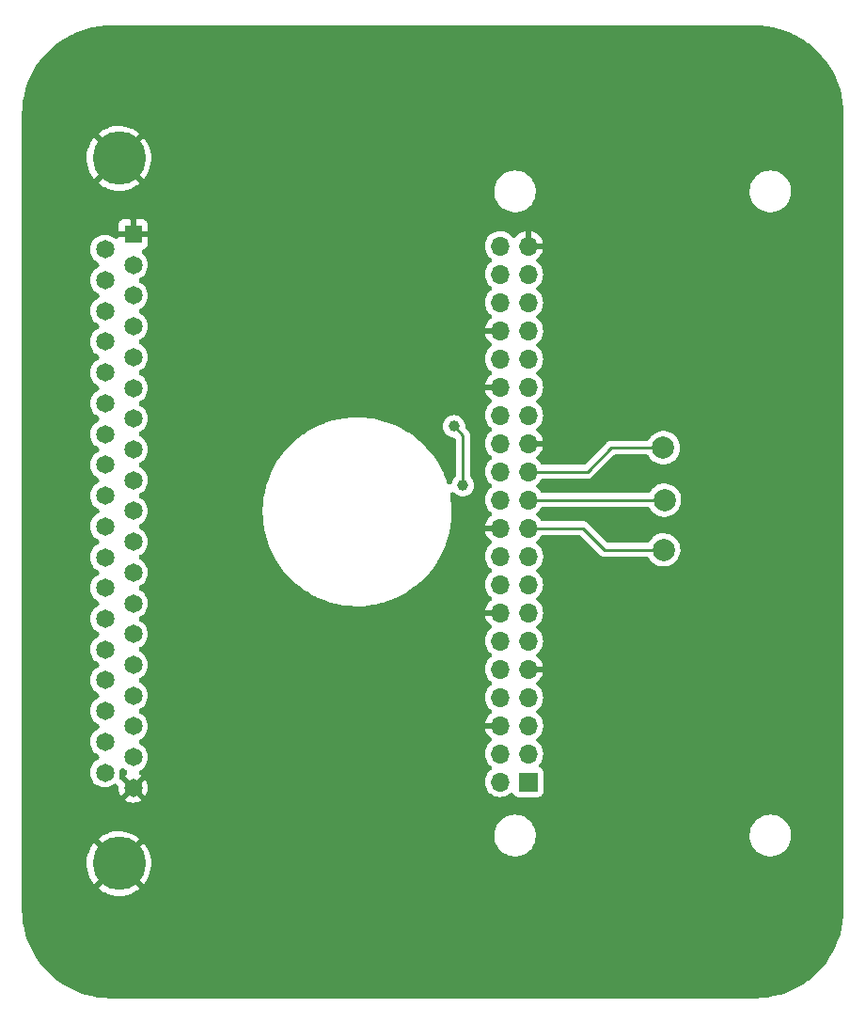
<source format=gbl>
%TF.GenerationSoftware,KiCad,Pcbnew,(6.0.1)*%
%TF.CreationDate,2022-04-29T11:18:45-05:00*%
%TF.ProjectId,Payload_Altimeter,5061796c-6f61-4645-9f41-6c74696d6574,rev?*%
%TF.SameCoordinates,Original*%
%TF.FileFunction,Copper,L2,Bot*%
%TF.FilePolarity,Positive*%
%FSLAX46Y46*%
G04 Gerber Fmt 4.6, Leading zero omitted, Abs format (unit mm)*
G04 Created by KiCad (PCBNEW (6.0.1)) date 2022-04-29 11:18:45*
%MOMM*%
%LPD*%
G01*
G04 APERTURE LIST*
%TA.AperFunction,ComponentPad*%
%ADD10R,1.650000X1.650000*%
%TD*%
%TA.AperFunction,ComponentPad*%
%ADD11C,1.650000*%
%TD*%
%TA.AperFunction,ComponentPad*%
%ADD12C,4.800000*%
%TD*%
%TA.AperFunction,ComponentPad*%
%ADD13R,1.700000X1.700000*%
%TD*%
%TA.AperFunction,ComponentPad*%
%ADD14O,1.700000X1.700000*%
%TD*%
%TA.AperFunction,SMDPad,CuDef*%
%ADD15C,2.000000*%
%TD*%
%TA.AperFunction,ViaPad*%
%ADD16C,1.000000*%
%TD*%
%TA.AperFunction,Conductor*%
%ADD17C,0.250000*%
%TD*%
G04 APERTURE END LIST*
D10*
%TO.P,J1,1,1*%
%TO.N,GND*%
X93000000Y-71800000D03*
D11*
%TO.P,J1,2,2*%
%TO.N,+3V3*%
X93000000Y-74570000D03*
%TO.P,J1,3,3*%
%TO.N,/DSUB/t_miso*%
X93000000Y-77340000D03*
%TO.P,J1,4,4*%
%TO.N,/DSUB/SWDIO*%
X93000000Y-80110000D03*
%TO.P,J1,5,5*%
%TO.N,/DSUB/Alert_scl*%
X93000000Y-82880000D03*
%TO.P,J1,6,6*%
%TO.N,/DSUB/Alert_Active*%
X93000000Y-85650000D03*
%TO.P,J1,7,7*%
%TO.N,/DSUB/Fire*%
X93000000Y-88420000D03*
%TO.P,J1,8,8*%
%TO.N,unconnected-(J1-Pad8)*%
X93000000Y-91190000D03*
%TO.P,J1,9,9*%
%TO.N,unconnected-(J1-Pad9)*%
X93000000Y-93960000D03*
%TO.P,J1,10,10*%
%TO.N,unconnected-(J1-Pad10)*%
X93000000Y-96730000D03*
%TO.P,J1,11,11*%
%TO.N,unconnected-(J1-Pad11)*%
X93000000Y-99500000D03*
%TO.P,J1,12,12*%
%TO.N,unconnected-(J1-Pad12)*%
X93000000Y-102270000D03*
%TO.P,J1,13,13*%
%TO.N,unconnected-(J1-Pad13)*%
X93000000Y-105040000D03*
%TO.P,J1,14,14*%
%TO.N,unconnected-(J1-Pad14)*%
X93000000Y-107810000D03*
%TO.P,J1,15,15*%
%TO.N,unconnected-(J1-Pad15)*%
X93000000Y-110580000D03*
%TO.P,J1,16,16*%
%TO.N,unconnected-(J1-Pad16)*%
X93000000Y-113350000D03*
%TO.P,J1,17,17*%
%TO.N,unconnected-(J1-Pad17)*%
X93000000Y-116120000D03*
%TO.P,J1,18,18*%
%TO.N,+3V3*%
X93000000Y-118890000D03*
%TO.P,J1,19,19*%
%TO.N,GND*%
X93000000Y-121660000D03*
%TO.P,J1,20,20*%
%TO.N,+5V*%
X90460000Y-73185000D03*
%TO.P,J1,21,21*%
%TO.N,/DSUB/t_mosi*%
X90460000Y-75955000D03*
%TO.P,J1,22,22*%
%TO.N,/DSUB/t_clk*%
X90460000Y-78725000D03*
%TO.P,J1,23,23*%
%TO.N,/DSUB/SWCLK*%
X90460000Y-81495000D03*
%TO.P,J1,24,24*%
%TO.N,/DSUB/Alert_sda*%
X90460000Y-84265000D03*
%TO.P,J1,25,25*%
%TO.N,/DSUB/NRST*%
X90460000Y-87035000D03*
%TO.P,J1,26,26*%
%TO.N,/DSUB/Fire_redundant*%
X90460000Y-89805000D03*
%TO.P,J1,27,27*%
%TO.N,unconnected-(J1-Pad27)*%
X90460000Y-92575000D03*
%TO.P,J1,28,28*%
%TO.N,unconnected-(J1-Pad28)*%
X90460000Y-95345000D03*
%TO.P,J1,29,29*%
%TO.N,unconnected-(J1-Pad29)*%
X90460000Y-98115000D03*
%TO.P,J1,30,30*%
%TO.N,unconnected-(J1-Pad30)*%
X90460000Y-100885000D03*
%TO.P,J1,31,31*%
%TO.N,unconnected-(J1-Pad31)*%
X90460000Y-103655000D03*
%TO.P,J1,32,32*%
%TO.N,unconnected-(J1-Pad32)*%
X90460000Y-106425000D03*
%TO.P,J1,33,33*%
%TO.N,unconnected-(J1-Pad33)*%
X90460000Y-109195000D03*
%TO.P,J1,34,34*%
%TO.N,unconnected-(J1-Pad34)*%
X90460000Y-111965000D03*
%TO.P,J1,35,35*%
%TO.N,unconnected-(J1-Pad35)*%
X90460000Y-114735000D03*
%TO.P,J1,36,36*%
%TO.N,unconnected-(J1-Pad36)*%
X90460000Y-117505000D03*
%TO.P,J1,37,37*%
%TO.N,+5V*%
X90460000Y-120275000D03*
D12*
%TO.P,J1,MH1,MH1*%
%TO.N,GND*%
X91730000Y-64980000D03*
%TO.P,J1,MH2,MH2*%
X91730000Y-128480000D03*
%TD*%
D13*
%TO.P,J2,1,3v3*%
%TO.N,unconnected-(J2-Pad1)*%
X128575000Y-121125000D03*
D14*
%TO.P,J2,2,Pin_2*%
%TO.N,+5V*%
X126035000Y-121125000D03*
%TO.P,J2,3,Pin_3*%
%TO.N,unconnected-(J2-Pad3)*%
X128575000Y-118585000D03*
%TO.P,J2,4,Pin_4*%
%TO.N,+5V*%
X126035000Y-118585000D03*
%TO.P,J2,5,Pin_5*%
%TO.N,unconnected-(J2-Pad5)*%
X128575000Y-116045000D03*
%TO.P,J2,6,Pin_6*%
%TO.N,GND*%
X126035000Y-116045000D03*
%TO.P,J2,7,Pin_7*%
%TO.N,unconnected-(J2-Pad7)*%
X128575000Y-113505000D03*
%TO.P,J2,8,Pin_8*%
%TO.N,unconnected-(J2-Pad8)*%
X126035000Y-113505000D03*
%TO.P,J2,9,Pin_9*%
%TO.N,GND*%
X128575000Y-110965000D03*
%TO.P,J2,10,Pin_10*%
%TO.N,unconnected-(J2-Pad10)*%
X126035000Y-110965000D03*
%TO.P,J2,11,Pin_11*%
%TO.N,unconnected-(J2-Pad11)*%
X128575000Y-108425000D03*
%TO.P,J2,12,Pin_12*%
%TO.N,unconnected-(J2-Pad12)*%
X126035000Y-108425000D03*
%TO.P,J2,13,Pin_13*%
%TO.N,unconnected-(J2-Pad13)*%
X128575000Y-105885000D03*
%TO.P,J2,14,Pin_14*%
%TO.N,GND*%
X126035000Y-105885000D03*
%TO.P,J2,15,Pin_15*%
%TO.N,unconnected-(J2-Pad15)*%
X128575000Y-103345000D03*
%TO.P,J2,16,Pin_16*%
%TO.N,unconnected-(J2-Pad16)*%
X126035000Y-103345000D03*
%TO.P,J2,17,Pin_17*%
%TO.N,/Pi_3v3*%
X128575000Y-100805000D03*
%TO.P,J2,18,Pin_18*%
%TO.N,unconnected-(J2-Pad18)*%
X126035000Y-100805000D03*
%TO.P,J2,19,Pin_19*%
%TO.N,/MOSI*%
X128575000Y-98265000D03*
%TO.P,J2,20,Pin_20*%
%TO.N,GND*%
X126035000Y-98265000D03*
%TO.P,J2,21,Pin_21*%
%TO.N,/MISO*%
X128575000Y-95725000D03*
%TO.P,J2,22,Pin_22*%
%TO.N,unconnected-(J2-Pad22)*%
X126035000Y-95725000D03*
%TO.P,J2,23,Pin_23*%
%TO.N,/SCLK*%
X128575000Y-93185000D03*
%TO.P,J2,24,Pin_24*%
%TO.N,unconnected-(J2-Pad24)*%
X126035000Y-93185000D03*
%TO.P,J2,25,Pin_25*%
%TO.N,GND*%
X128575000Y-90645000D03*
%TO.P,J2,26,Pin_26*%
%TO.N,unconnected-(J2-Pad26)*%
X126035000Y-90645000D03*
%TO.P,J2,27,Pin_27*%
%TO.N,unconnected-(J2-Pad27)*%
X128575000Y-88105000D03*
%TO.P,J2,28,Pin_28*%
%TO.N,unconnected-(J2-Pad28)*%
X126035000Y-88105000D03*
%TO.P,J2,29,Pin_29*%
%TO.N,unconnected-(J2-Pad29)*%
X128575000Y-85565000D03*
%TO.P,J2,30,Pin_30*%
%TO.N,GND*%
X126035000Y-85565000D03*
%TO.P,J2,31,Pin_31*%
%TO.N,unconnected-(J2-Pad31)*%
X128575000Y-83025000D03*
%TO.P,J2,32,Pin_32*%
%TO.N,unconnected-(J2-Pad32)*%
X126035000Y-83025000D03*
%TO.P,J2,33,Pin_33*%
%TO.N,unconnected-(J2-Pad33)*%
X128575000Y-80485000D03*
%TO.P,J2,34,Pin_34*%
%TO.N,GND*%
X126035000Y-80485000D03*
%TO.P,J2,35,Pin_35*%
%TO.N,unconnected-(J2-Pad35)*%
X128575000Y-77945000D03*
%TO.P,J2,36,Pin_36*%
%TO.N,unconnected-(J2-Pad36)*%
X126035000Y-77945000D03*
%TO.P,J2,37,Pin_37*%
%TO.N,unconnected-(J2-Pad37)*%
X128575000Y-75405000D03*
%TO.P,J2,38,Pin_38*%
%TO.N,unconnected-(J2-Pad38)*%
X126035000Y-75405000D03*
%TO.P,J2,39,Pin_39*%
%TO.N,GND*%
X128575000Y-72865000D03*
%TO.P,J2,40,Pin_40*%
%TO.N,unconnected-(J2-Pad40)*%
X126035000Y-72865000D03*
%TD*%
D15*
%TO.P,MISO,1,1*%
%TO.N,/MISO*%
X140850000Y-95750000D03*
%TD*%
%TO.P,SCLK,1,1*%
%TO.N,/SCLK*%
X140750000Y-91025000D03*
%TD*%
%TO.P,MOSI,1,1*%
%TO.N,/MOSI*%
X140775000Y-100225000D03*
%TD*%
D16*
%TO.N,GND*%
X99950000Y-83575000D03*
X137550000Y-116175000D03*
X109975000Y-108675000D03*
X99950000Y-116175000D03*
X122950000Y-80475000D03*
X120000000Y-116225000D03*
X137575000Y-108625000D03*
X137525000Y-83650000D03*
X99975000Y-108625000D03*
X99900000Y-76125000D03*
X100100000Y-98600000D03*
X120050000Y-68525000D03*
X137575000Y-68625000D03*
X120000000Y-108600000D03*
X110050000Y-68575000D03*
X110075000Y-76075000D03*
X110075000Y-116125000D03*
X110000000Y-83600000D03*
%TO.N,/MOSI*%
X122700000Y-94400000D03*
X121900000Y-89100000D03*
%TD*%
D17*
%TO.N,/MOSI*%
X133490000Y-98265000D02*
X135450000Y-100225000D01*
X122700000Y-89900000D02*
X121900000Y-89100000D01*
X128575000Y-98265000D02*
X133490000Y-98265000D01*
X135450000Y-100225000D02*
X140775000Y-100225000D01*
X122700000Y-94400000D02*
X122700000Y-89900000D01*
%TO.N,/MISO*%
X128575000Y-95725000D02*
X140825000Y-95725000D01*
X140825000Y-95725000D02*
X140850000Y-95750000D01*
%TO.N,/DSUB/Alert_sda*%
X90450000Y-83794345D02*
X90450000Y-84265000D01*
%TO.N,/SCLK*%
X128575000Y-93185000D02*
X133915000Y-93185000D01*
X133915000Y-93185000D02*
X136075000Y-91025000D01*
X136075000Y-91025000D02*
X140750000Y-91025000D01*
%TD*%
%TA.AperFunction,Conductor*%
%TO.N,GND*%
G36*
X149004451Y-53000159D02*
G01*
X149050105Y-53001789D01*
X149561825Y-53020066D01*
X149579553Y-53021334D01*
X149940642Y-53060154D01*
X150129676Y-53080477D01*
X150147251Y-53083003D01*
X150625780Y-53169340D01*
X150691781Y-53181248D01*
X150709149Y-53185027D01*
X151245233Y-53321854D01*
X151262285Y-53326860D01*
X151787286Y-53501597D01*
X151803928Y-53507805D01*
X152300325Y-53713419D01*
X152315102Y-53719540D01*
X152331271Y-53726924D01*
X152826037Y-53974586D01*
X152841637Y-53983104D01*
X153317482Y-54265436D01*
X153332435Y-54275046D01*
X153786912Y-54590595D01*
X153801142Y-54601247D01*
X154231964Y-54948425D01*
X154245397Y-54960066D01*
X154650345Y-55337087D01*
X154662913Y-55349655D01*
X155039934Y-55754603D01*
X155051575Y-55768036D01*
X155398753Y-56198858D01*
X155409405Y-56213088D01*
X155724954Y-56667565D01*
X155734564Y-56682518D01*
X156016896Y-57158363D01*
X156025414Y-57173963D01*
X156273076Y-57668729D01*
X156280460Y-57684898D01*
X156492193Y-58196066D01*
X156498405Y-58212720D01*
X156673139Y-58737712D01*
X156678146Y-58754767D01*
X156814973Y-59290851D01*
X156818752Y-59308219D01*
X156916995Y-59852738D01*
X156919524Y-59870333D01*
X156978666Y-60420447D01*
X156979934Y-60438175D01*
X156999841Y-60995547D01*
X157000000Y-61004435D01*
X157000000Y-132595565D01*
X156999841Y-132604453D01*
X156979934Y-133161825D01*
X156978666Y-133179553D01*
X156919524Y-133729667D01*
X156916995Y-133747262D01*
X156818752Y-134291781D01*
X156814973Y-134309149D01*
X156678146Y-134845233D01*
X156673139Y-134862288D01*
X156498405Y-135387280D01*
X156492193Y-135403934D01*
X156280460Y-135915102D01*
X156273076Y-135931271D01*
X156025414Y-136426037D01*
X156016896Y-136441637D01*
X155734564Y-136917482D01*
X155724954Y-136932435D01*
X155409405Y-137386912D01*
X155398753Y-137401142D01*
X155051575Y-137831964D01*
X155039934Y-137845397D01*
X154662913Y-138250345D01*
X154650345Y-138262913D01*
X154245397Y-138639934D01*
X154231964Y-138651575D01*
X153801142Y-138998753D01*
X153786912Y-139009405D01*
X153332435Y-139324954D01*
X153317482Y-139334564D01*
X152841637Y-139616896D01*
X152826037Y-139625414D01*
X152331271Y-139873076D01*
X152315102Y-139880460D01*
X151803928Y-140092195D01*
X151787286Y-140098403D01*
X151262288Y-140273139D01*
X151245233Y-140278146D01*
X150709149Y-140414973D01*
X150691779Y-140418752D01*
X150147251Y-140516997D01*
X150129676Y-140519523D01*
X149940642Y-140539846D01*
X149579553Y-140578666D01*
X149561825Y-140579934D01*
X149050105Y-140598211D01*
X149004451Y-140599841D01*
X148995565Y-140600000D01*
X91004435Y-140600000D01*
X90995549Y-140599841D01*
X90949895Y-140598211D01*
X90438175Y-140579934D01*
X90420447Y-140578666D01*
X90059358Y-140539846D01*
X89870324Y-140519523D01*
X89852749Y-140516997D01*
X89308221Y-140418752D01*
X89290851Y-140414973D01*
X88754767Y-140278146D01*
X88737712Y-140273139D01*
X88212714Y-140098403D01*
X88196072Y-140092195D01*
X87684898Y-139880460D01*
X87668729Y-139873076D01*
X87173963Y-139625414D01*
X87158363Y-139616896D01*
X86682518Y-139334564D01*
X86667565Y-139324954D01*
X86213088Y-139009405D01*
X86198858Y-138998753D01*
X85768036Y-138651575D01*
X85754603Y-138639934D01*
X85349655Y-138262913D01*
X85337087Y-138250345D01*
X84960066Y-137845397D01*
X84948425Y-137831964D01*
X84601247Y-137401142D01*
X84590595Y-137386912D01*
X84275046Y-136932435D01*
X84265436Y-136917482D01*
X83983104Y-136441637D01*
X83974586Y-136426037D01*
X83726924Y-135931271D01*
X83719540Y-135915102D01*
X83507807Y-135403934D01*
X83501595Y-135387280D01*
X83326861Y-134862288D01*
X83321854Y-134845233D01*
X83185027Y-134309149D01*
X83181248Y-134291781D01*
X83083005Y-133747262D01*
X83080476Y-133729667D01*
X83021334Y-133179553D01*
X83020066Y-133161825D01*
X83000159Y-132604453D01*
X83000000Y-132595565D01*
X83000000Y-130709756D01*
X89865208Y-130709756D01*
X89874133Y-130723113D01*
X89891526Y-130738939D01*
X89902660Y-130747956D01*
X90163352Y-130935281D01*
X90175443Y-130942955D01*
X90455930Y-131099073D01*
X90468836Y-131105311D01*
X90765413Y-131228157D01*
X90778924Y-131232862D01*
X91087669Y-131320811D01*
X91101642Y-131323934D01*
X91418432Y-131375811D01*
X91432683Y-131377309D01*
X91753348Y-131392431D01*
X91767659Y-131392280D01*
X92087918Y-131370448D01*
X92102152Y-131368650D01*
X92417774Y-131310152D01*
X92431691Y-131306733D01*
X92738496Y-131212348D01*
X92751942Y-131207348D01*
X93045868Y-131078324D01*
X93058639Y-131071817D01*
X93335811Y-130909851D01*
X93347710Y-130901945D01*
X93582281Y-130725825D01*
X93596194Y-130710290D01*
X93591681Y-130700891D01*
X91747341Y-128856551D01*
X91730000Y-128844964D01*
X91712659Y-128856551D01*
X89876795Y-130692415D01*
X89865208Y-130709756D01*
X83000000Y-130709756D01*
X83000000Y-128395670D01*
X88818697Y-128395670D01*
X88827100Y-128716576D01*
X88828299Y-128730852D01*
X88873531Y-129048663D01*
X88876360Y-129062697D01*
X88957823Y-129373214D01*
X88962245Y-129386822D01*
X89078855Y-129685911D01*
X89084818Y-129698937D01*
X89235026Y-129982631D01*
X89242453Y-129994894D01*
X89424268Y-130259436D01*
X89433053Y-130270762D01*
X89485411Y-130330780D01*
X89501922Y-130343518D01*
X89514476Y-130336314D01*
X91353449Y-128497341D01*
X91365036Y-128480000D01*
X92094964Y-128480000D01*
X92106551Y-128497341D01*
X93940744Y-130331534D01*
X93958085Y-130343121D01*
X93968987Y-130335836D01*
X94063949Y-130222262D01*
X94072486Y-130210767D01*
X94248731Y-129942460D01*
X94255893Y-129930056D01*
X94400136Y-129643260D01*
X94405815Y-129630135D01*
X94516138Y-129328664D01*
X94520277Y-129314956D01*
X94595217Y-129002809D01*
X94597752Y-128988719D01*
X94636515Y-128668395D01*
X94637354Y-128657369D01*
X94642754Y-128485549D01*
X94642608Y-128474458D01*
X94624036Y-128152365D01*
X94622388Y-128138120D01*
X94567200Y-127821905D01*
X94563926Y-127807946D01*
X94472756Y-127500162D01*
X94467904Y-127486683D01*
X94341954Y-127191399D01*
X94335592Y-127178582D01*
X94176543Y-126899740D01*
X94168738Y-126887722D01*
X93978703Y-126629019D01*
X93975285Y-126624888D01*
X93961388Y-126614847D01*
X93941767Y-126627443D01*
X92106551Y-128462659D01*
X92094964Y-128480000D01*
X91365036Y-128480000D01*
X91353449Y-128462659D01*
X89518133Y-126627343D01*
X89500792Y-126615756D01*
X89491315Y-126622089D01*
X89342477Y-126811907D01*
X89334305Y-126823665D01*
X89166569Y-127097387D01*
X89159809Y-127109994D01*
X89024652Y-127401165D01*
X89019373Y-127414499D01*
X88918583Y-127719261D01*
X88914871Y-127733115D01*
X88849775Y-128047448D01*
X88847684Y-128061612D01*
X88819147Y-128381357D01*
X88818697Y-128395670D01*
X83000000Y-128395670D01*
X83000000Y-126252025D01*
X89866324Y-126252025D01*
X89871825Y-126262615D01*
X91712659Y-128103449D01*
X91730000Y-128115036D01*
X91747341Y-128103449D01*
X93581613Y-126269177D01*
X93593200Y-126251836D01*
X93585551Y-126240389D01*
X93496604Y-126164421D01*
X93485205Y-126155768D01*
X93218754Y-125976720D01*
X93206430Y-125969431D01*
X93053636Y-125890569D01*
X125513292Y-125890569D01*
X125513638Y-125899366D01*
X125515606Y-125949468D01*
X125521591Y-126101774D01*
X125523691Y-126155231D01*
X125571277Y-126415788D01*
X125655101Y-126667040D01*
X125673166Y-126703194D01*
X125769558Y-126896107D01*
X125769562Y-126896114D01*
X125773490Y-126903975D01*
X125778489Y-126911208D01*
X125778492Y-126911213D01*
X125915879Y-127109994D01*
X125924083Y-127121864D01*
X126103875Y-127316361D01*
X126110695Y-127321913D01*
X126110701Y-127321919D01*
X126208040Y-127401165D01*
X126309277Y-127483585D01*
X126316826Y-127488130D01*
X126316829Y-127488132D01*
X126336811Y-127500162D01*
X126536193Y-127620200D01*
X126780094Y-127723478D01*
X126788601Y-127725734D01*
X126788608Y-127725736D01*
X127027607Y-127789106D01*
X127027612Y-127789107D01*
X127036113Y-127791361D01*
X127299143Y-127822492D01*
X127563936Y-127816252D01*
X127707270Y-127792395D01*
X127816529Y-127774210D01*
X127816535Y-127774209D01*
X127825208Y-127772765D01*
X128077746Y-127692897D01*
X128316511Y-127578244D01*
X128536739Y-127431092D01*
X128570152Y-127401165D01*
X128727481Y-127260250D01*
X128727487Y-127260244D01*
X128734036Y-127254378D01*
X128904466Y-127051628D01*
X129044627Y-126826886D01*
X129151724Y-126584638D01*
X129223620Y-126329716D01*
X129258879Y-126067207D01*
X129262579Y-125949468D01*
X129261286Y-125931197D01*
X129258409Y-125890569D01*
X148513292Y-125890569D01*
X148513638Y-125899366D01*
X148515606Y-125949468D01*
X148521591Y-126101774D01*
X148523691Y-126155231D01*
X148571277Y-126415788D01*
X148655101Y-126667040D01*
X148673166Y-126703194D01*
X148769558Y-126896107D01*
X148769562Y-126896114D01*
X148773490Y-126903975D01*
X148778489Y-126911208D01*
X148778492Y-126911213D01*
X148915879Y-127109994D01*
X148924083Y-127121864D01*
X149103875Y-127316361D01*
X149110695Y-127321913D01*
X149110701Y-127321919D01*
X149208040Y-127401165D01*
X149309277Y-127483585D01*
X149316826Y-127488130D01*
X149316829Y-127488132D01*
X149336811Y-127500162D01*
X149536193Y-127620200D01*
X149780094Y-127723478D01*
X149788601Y-127725734D01*
X149788608Y-127725736D01*
X150027607Y-127789106D01*
X150027612Y-127789107D01*
X150036113Y-127791361D01*
X150299143Y-127822492D01*
X150563936Y-127816252D01*
X150707270Y-127792395D01*
X150816529Y-127774210D01*
X150816535Y-127774209D01*
X150825208Y-127772765D01*
X151077746Y-127692897D01*
X151316511Y-127578244D01*
X151536739Y-127431092D01*
X151570152Y-127401165D01*
X151727481Y-127260250D01*
X151727487Y-127260244D01*
X151734036Y-127254378D01*
X151904466Y-127051628D01*
X152044627Y-126826886D01*
X152151724Y-126584638D01*
X152223620Y-126329716D01*
X152258879Y-126067207D01*
X152262579Y-125949468D01*
X152261286Y-125931197D01*
X152244494Y-125694051D01*
X152243872Y-125685263D01*
X152229911Y-125620416D01*
X152189978Y-125434935D01*
X152189977Y-125434930D01*
X152188125Y-125426330D01*
X152170511Y-125378583D01*
X152099495Y-125186086D01*
X152099495Y-125186085D01*
X152096451Y-125177835D01*
X152045771Y-125083908D01*
X151974858Y-124952485D01*
X151970677Y-124944736D01*
X151934313Y-124895502D01*
X151818544Y-124738764D01*
X151813315Y-124731684D01*
X151627503Y-124542930D01*
X151416949Y-124382241D01*
X151185854Y-124252821D01*
X150938830Y-124157255D01*
X150786962Y-124122054D01*
X150689378Y-124099435D01*
X150689373Y-124099434D01*
X150680804Y-124097448D01*
X150416926Y-124074593D01*
X150257603Y-124083361D01*
X150161249Y-124088664D01*
X150161245Y-124088665D01*
X150152460Y-124089148D01*
X149892683Y-124140821D01*
X149884391Y-124143733D01*
X149884387Y-124143734D01*
X149651081Y-124225665D01*
X149651074Y-124225668D01*
X149642779Y-124228581D01*
X149634972Y-124232636D01*
X149634966Y-124232639D01*
X149426761Y-124340793D01*
X149407733Y-124350677D01*
X149192235Y-124504674D01*
X149000586Y-124687498D01*
X148836609Y-124895502D01*
X148832187Y-124903115D01*
X148832185Y-124903118D01*
X148727174Y-125083908D01*
X148703576Y-125124535D01*
X148604141Y-125370028D01*
X148540289Y-125627083D01*
X148532959Y-125698620D01*
X148520298Y-125822195D01*
X148513292Y-125890569D01*
X129258409Y-125890569D01*
X129244494Y-125694051D01*
X129243872Y-125685263D01*
X129229911Y-125620416D01*
X129189978Y-125434935D01*
X129189977Y-125434930D01*
X129188125Y-125426330D01*
X129170511Y-125378583D01*
X129099495Y-125186086D01*
X129099495Y-125186085D01*
X129096451Y-125177835D01*
X129045771Y-125083908D01*
X128974858Y-124952485D01*
X128970677Y-124944736D01*
X128934313Y-124895502D01*
X128818544Y-124738764D01*
X128813315Y-124731684D01*
X128627503Y-124542930D01*
X128416949Y-124382241D01*
X128185854Y-124252821D01*
X127938830Y-124157255D01*
X127786962Y-124122054D01*
X127689378Y-124099435D01*
X127689373Y-124099434D01*
X127680804Y-124097448D01*
X127416926Y-124074593D01*
X127257603Y-124083361D01*
X127161249Y-124088664D01*
X127161245Y-124088665D01*
X127152460Y-124089148D01*
X126892683Y-124140821D01*
X126884391Y-124143733D01*
X126884387Y-124143734D01*
X126651081Y-124225665D01*
X126651074Y-124225668D01*
X126642779Y-124228581D01*
X126634972Y-124232636D01*
X126634966Y-124232639D01*
X126426761Y-124340793D01*
X126407733Y-124350677D01*
X126192235Y-124504674D01*
X126000586Y-124687498D01*
X125836609Y-124895502D01*
X125832187Y-124903115D01*
X125832185Y-124903118D01*
X125727174Y-125083908D01*
X125703576Y-125124535D01*
X125604141Y-125370028D01*
X125540289Y-125627083D01*
X125532959Y-125698620D01*
X125520298Y-125822195D01*
X125513292Y-125890569D01*
X93053636Y-125890569D01*
X92921163Y-125822195D01*
X92908091Y-125816375D01*
X92607788Y-125702900D01*
X92594129Y-125698620D01*
X92282786Y-125620416D01*
X92268718Y-125617732D01*
X91950454Y-125575832D01*
X91936157Y-125574782D01*
X91615198Y-125569740D01*
X91600879Y-125570340D01*
X91281457Y-125602222D01*
X91267304Y-125604464D01*
X90953671Y-125672847D01*
X90939864Y-125676702D01*
X90636158Y-125780684D01*
X90622909Y-125786091D01*
X90333161Y-125924294D01*
X90320605Y-125931197D01*
X90048680Y-126101774D01*
X90036991Y-126110081D01*
X89879745Y-126236059D01*
X89866324Y-126252025D01*
X83000000Y-126252025D01*
X83000000Y-122765050D01*
X92259914Y-122765050D01*
X92264974Y-122772622D01*
X92322051Y-122812588D01*
X92340807Y-122823416D01*
X92532491Y-122912800D01*
X92552846Y-122920208D01*
X92757145Y-122974950D01*
X92778475Y-122978711D01*
X92989165Y-122997144D01*
X93010835Y-122997144D01*
X93221525Y-122978711D01*
X93242855Y-122974950D01*
X93447154Y-122920208D01*
X93467509Y-122912800D01*
X93659193Y-122823416D01*
X93677949Y-122812588D01*
X93725753Y-122779115D01*
X93740174Y-122764051D01*
X93736507Y-122755717D01*
X93017341Y-122036551D01*
X93000000Y-122024964D01*
X92982659Y-122036551D01*
X92271501Y-122747709D01*
X92259914Y-122765050D01*
X83000000Y-122765050D01*
X83000000Y-120275000D01*
X89129437Y-120275000D01*
X89130384Y-120285824D01*
X89145095Y-120453969D01*
X89149651Y-120506050D01*
X89152464Y-120516547D01*
X89152464Y-120516549D01*
X89165255Y-120564283D01*
X89209680Y-120730079D01*
X89214271Y-120739924D01*
X89299871Y-120923493D01*
X89307699Y-120940281D01*
X89313931Y-120949181D01*
X89429454Y-121114165D01*
X89440730Y-121130269D01*
X89604731Y-121294270D01*
X89613629Y-121300500D01*
X89613632Y-121300503D01*
X89780214Y-121417145D01*
X89794718Y-121427301D01*
X90004921Y-121525320D01*
X90147544Y-121563536D01*
X90218451Y-121582536D01*
X90218453Y-121582536D01*
X90228950Y-121585349D01*
X90239772Y-121586296D01*
X90239773Y-121586296D01*
X90449176Y-121604616D01*
X90460000Y-121605563D01*
X90470824Y-121604616D01*
X90680227Y-121586296D01*
X90680228Y-121586296D01*
X90691050Y-121585349D01*
X90701547Y-121582536D01*
X90701549Y-121582536D01*
X90772456Y-121563536D01*
X90915079Y-121525320D01*
X91125282Y-121427301D01*
X91134183Y-121421069D01*
X91134189Y-121421065D01*
X91281202Y-121318125D01*
X91370129Y-121278995D01*
X91467261Y-121276876D01*
X91557810Y-121312088D01*
X91627991Y-121379272D01*
X91667121Y-121468199D01*
X91672075Y-121543796D01*
X91662856Y-121649166D01*
X91662856Y-121670835D01*
X91681289Y-121881525D01*
X91685050Y-121902855D01*
X91739792Y-122107154D01*
X91747200Y-122127509D01*
X91836584Y-122319193D01*
X91847412Y-122337949D01*
X91880885Y-122385753D01*
X91895949Y-122400174D01*
X91904283Y-122396507D01*
X92623449Y-121677341D01*
X92635036Y-121660000D01*
X93364964Y-121660000D01*
X93376551Y-121677341D01*
X94087709Y-122388499D01*
X94105050Y-122400086D01*
X94112622Y-122395026D01*
X94152588Y-122337949D01*
X94163416Y-122319193D01*
X94252800Y-122127509D01*
X94260208Y-122107154D01*
X94314950Y-121902855D01*
X94318711Y-121881525D01*
X94337144Y-121670835D01*
X94337144Y-121649165D01*
X94318711Y-121438475D01*
X94314950Y-121417145D01*
X94260208Y-121212846D01*
X94252800Y-121192491D01*
X94221328Y-121125000D01*
X124679341Y-121125000D01*
X124680289Y-121135835D01*
X124694218Y-121295036D01*
X124699937Y-121360408D01*
X124761097Y-121588663D01*
X124765691Y-121598516D01*
X124765693Y-121598520D01*
X124845499Y-121769663D01*
X124860965Y-121802829D01*
X124996505Y-121996401D01*
X125163599Y-122163495D01*
X125172497Y-122169725D01*
X125172500Y-122169728D01*
X125348271Y-122292804D01*
X125357170Y-122299035D01*
X125367015Y-122303626D01*
X125367017Y-122303627D01*
X125400399Y-122319193D01*
X125571337Y-122398903D01*
X125581835Y-122401716D01*
X125581838Y-122401717D01*
X125685465Y-122429483D01*
X125799592Y-122460063D01*
X125810425Y-122461011D01*
X125810426Y-122461011D01*
X126024165Y-122479711D01*
X126035000Y-122480659D01*
X126045835Y-122479711D01*
X126259574Y-122461011D01*
X126259575Y-122461011D01*
X126270408Y-122460063D01*
X126384535Y-122429483D01*
X126488162Y-122401717D01*
X126488165Y-122401716D01*
X126498663Y-122398903D01*
X126669601Y-122319193D01*
X126702983Y-122303627D01*
X126702985Y-122303626D01*
X126712830Y-122299035D01*
X126897500Y-122169728D01*
X126897502Y-122169726D01*
X126906401Y-122163495D01*
X126912676Y-122157220D01*
X126997075Y-122110917D01*
X127093652Y-122100341D01*
X127186926Y-122127527D01*
X127262695Y-122188339D01*
X127279806Y-122213375D01*
X127281474Y-122217824D01*
X127367454Y-122332546D01*
X127482176Y-122418526D01*
X127498787Y-122424753D01*
X127601804Y-122463372D01*
X127601805Y-122463372D01*
X127616420Y-122468851D01*
X127677623Y-122475500D01*
X128574400Y-122475500D01*
X129472376Y-122475499D01*
X129533580Y-122468851D01*
X129667824Y-122418526D01*
X129782546Y-122332546D01*
X129868526Y-122217824D01*
X129918851Y-122083580D01*
X129925500Y-122022377D01*
X129925499Y-120227624D01*
X129918851Y-120166420D01*
X129868526Y-120032176D01*
X129782546Y-119917454D01*
X129671472Y-119834208D01*
X129671466Y-119834203D01*
X129667824Y-119831474D01*
X129667972Y-119831277D01*
X129604334Y-119777970D01*
X129559400Y-119691831D01*
X129550850Y-119595053D01*
X129579986Y-119502369D01*
X129606884Y-119463012D01*
X129613495Y-119456401D01*
X129749035Y-119262829D01*
X129760851Y-119237490D01*
X129844307Y-119058520D01*
X129844309Y-119058516D01*
X129848903Y-119048663D01*
X129910063Y-118820408D01*
X129911426Y-118804835D01*
X129929711Y-118595835D01*
X129930659Y-118585000D01*
X129918447Y-118445417D01*
X129911011Y-118360426D01*
X129911011Y-118360425D01*
X129910063Y-118349592D01*
X129848903Y-118121337D01*
X129812669Y-118043632D01*
X129753631Y-117917027D01*
X129749035Y-117907171D01*
X129613495Y-117713599D01*
X129446401Y-117546505D01*
X129437497Y-117540270D01*
X129407075Y-117518968D01*
X129339892Y-117448786D01*
X129304680Y-117358237D01*
X129306800Y-117261105D01*
X129345929Y-117172178D01*
X129407075Y-117111032D01*
X129437497Y-117089730D01*
X129437499Y-117089728D01*
X129446401Y-117083495D01*
X129613495Y-116916401D01*
X129749035Y-116722829D01*
X129783035Y-116649917D01*
X129844307Y-116518520D01*
X129844309Y-116518516D01*
X129848903Y-116508663D01*
X129910063Y-116280408D01*
X129919335Y-116174437D01*
X129929711Y-116055835D01*
X129930659Y-116045000D01*
X129917739Y-115897332D01*
X129911011Y-115820426D01*
X129911011Y-115820425D01*
X129910063Y-115809592D01*
X129848903Y-115581337D01*
X129841381Y-115565205D01*
X129753631Y-115377027D01*
X129749035Y-115367171D01*
X129613495Y-115173599D01*
X129446401Y-115006505D01*
X129437497Y-115000270D01*
X129407075Y-114978968D01*
X129339892Y-114908786D01*
X129304680Y-114818237D01*
X129306800Y-114721105D01*
X129345929Y-114632178D01*
X129407075Y-114571032D01*
X129437497Y-114549730D01*
X129437499Y-114549728D01*
X129446401Y-114543495D01*
X129613495Y-114376401D01*
X129749035Y-114182829D01*
X129797188Y-114079566D01*
X129844307Y-113978520D01*
X129844309Y-113978516D01*
X129848903Y-113968663D01*
X129910063Y-113740408D01*
X129912768Y-113709497D01*
X129925319Y-113566040D01*
X129930659Y-113505000D01*
X129910063Y-113269592D01*
X129848903Y-113041337D01*
X129827983Y-112996473D01*
X129753631Y-112837027D01*
X129749035Y-112827171D01*
X129613495Y-112633599D01*
X129446401Y-112466505D01*
X129437494Y-112460268D01*
X129413174Y-112443238D01*
X129345991Y-112373056D01*
X129310779Y-112282506D01*
X129312900Y-112185375D01*
X129352030Y-112096448D01*
X129411403Y-112036555D01*
X129446220Y-112011721D01*
X129461776Y-111998575D01*
X129605477Y-111855374D01*
X129618674Y-111839867D01*
X129737064Y-111675110D01*
X129747547Y-111657664D01*
X129837438Y-111475784D01*
X129844933Y-111456854D01*
X129903912Y-111262732D01*
X129908141Y-111243172D01*
X129906786Y-111222503D01*
X129896466Y-111219000D01*
X128570000Y-111219000D01*
X128474712Y-111200046D01*
X128393930Y-111146070D01*
X128339954Y-111065288D01*
X128321000Y-110970000D01*
X128321000Y-110960000D01*
X128339954Y-110864712D01*
X128393930Y-110783930D01*
X128474712Y-110729954D01*
X128570000Y-110711000D01*
X129886932Y-110711000D01*
X129907390Y-110706931D01*
X129908419Y-110701755D01*
X129907723Y-110696127D01*
X129867444Y-110535773D01*
X129860880Y-110516492D01*
X129779986Y-110330446D01*
X129770364Y-110312502D01*
X129660168Y-110142164D01*
X129647737Y-110126022D01*
X129511209Y-109975980D01*
X129496305Y-109962082D01*
X129400862Y-109886706D01*
X129337829Y-109812774D01*
X129307887Y-109720348D01*
X129315594Y-109623499D01*
X129359776Y-109536972D01*
X129412367Y-109487326D01*
X129437497Y-109469730D01*
X129437499Y-109469728D01*
X129446401Y-109463495D01*
X129613495Y-109296401D01*
X129715118Y-109151268D01*
X129742797Y-109111738D01*
X129742798Y-109111737D01*
X129749035Y-109102829D01*
X129762861Y-109073180D01*
X129844307Y-108898520D01*
X129844309Y-108898516D01*
X129848903Y-108888663D01*
X129910063Y-108660408D01*
X129930659Y-108425000D01*
X129910063Y-108189592D01*
X129848903Y-107961337D01*
X129818047Y-107895165D01*
X129753631Y-107757027D01*
X129749035Y-107747171D01*
X129613495Y-107553599D01*
X129446401Y-107386505D01*
X129437497Y-107380270D01*
X129407075Y-107358968D01*
X129339892Y-107288786D01*
X129304680Y-107198237D01*
X129306800Y-107101105D01*
X129345929Y-107012178D01*
X129407075Y-106951032D01*
X129437497Y-106929730D01*
X129437499Y-106929728D01*
X129446401Y-106923495D01*
X129613495Y-106756401D01*
X129749035Y-106562829D01*
X129808243Y-106435859D01*
X129844307Y-106358520D01*
X129844309Y-106358516D01*
X129848903Y-106348663D01*
X129910063Y-106120408D01*
X129930659Y-105885000D01*
X129910063Y-105649592D01*
X129848903Y-105421337D01*
X129841626Y-105405730D01*
X129753631Y-105217027D01*
X129749035Y-105207171D01*
X129613495Y-105013599D01*
X129446401Y-104846505D01*
X129437497Y-104840270D01*
X129407075Y-104818968D01*
X129339892Y-104748786D01*
X129304680Y-104658237D01*
X129306800Y-104561105D01*
X129345929Y-104472178D01*
X129407075Y-104411032D01*
X129437497Y-104389730D01*
X129437499Y-104389728D01*
X129446401Y-104383495D01*
X129613495Y-104216401D01*
X129734394Y-104043739D01*
X129742797Y-104031738D01*
X129742798Y-104031737D01*
X129749035Y-104022829D01*
X129812817Y-103886050D01*
X129844307Y-103818520D01*
X129844309Y-103818516D01*
X129848903Y-103808663D01*
X129910063Y-103580408D01*
X129930659Y-103345000D01*
X129910063Y-103109592D01*
X129848903Y-102881337D01*
X129771556Y-102715466D01*
X129753631Y-102677027D01*
X129749035Y-102667171D01*
X129722656Y-102629497D01*
X129646428Y-102520633D01*
X129613495Y-102473599D01*
X129446401Y-102306505D01*
X129437497Y-102300270D01*
X129407075Y-102278968D01*
X129339892Y-102208786D01*
X129304680Y-102118237D01*
X129306800Y-102021105D01*
X129345929Y-101932178D01*
X129407075Y-101871032D01*
X129437497Y-101849730D01*
X129437499Y-101849728D01*
X129446401Y-101843495D01*
X129613495Y-101676401D01*
X129749035Y-101482829D01*
X129753631Y-101472973D01*
X129844307Y-101278520D01*
X129844309Y-101278516D01*
X129848903Y-101268663D01*
X129910063Y-101040408D01*
X129917129Y-100959651D01*
X129929711Y-100815835D01*
X129930659Y-100805000D01*
X129918551Y-100666603D01*
X129911011Y-100580426D01*
X129911011Y-100580425D01*
X129910063Y-100569592D01*
X129848903Y-100341337D01*
X129825866Y-100291933D01*
X129753631Y-100137027D01*
X129749035Y-100127171D01*
X129613495Y-99933599D01*
X129446401Y-99766505D01*
X129437497Y-99760270D01*
X129407075Y-99738968D01*
X129339892Y-99668786D01*
X129304680Y-99578237D01*
X129306800Y-99481105D01*
X129345929Y-99392178D01*
X129407075Y-99331032D01*
X129437497Y-99309730D01*
X129437499Y-99309728D01*
X129446401Y-99303495D01*
X129613495Y-99136401D01*
X129711329Y-98996679D01*
X129781509Y-98929496D01*
X129872058Y-98894283D01*
X129915297Y-98890500D01*
X133127770Y-98890500D01*
X133223058Y-98909454D01*
X133303840Y-98963430D01*
X134955953Y-100615543D01*
X134959485Y-100619424D01*
X134964214Y-100626877D01*
X134993043Y-100653950D01*
X135011780Y-100671545D01*
X135017397Y-100676987D01*
X135035530Y-100695120D01*
X135041705Y-100699911D01*
X135043363Y-100701372D01*
X135049115Y-100706605D01*
X135079418Y-100735062D01*
X135093144Y-100742608D01*
X135100545Y-100747985D01*
X135108828Y-100753425D01*
X135116686Y-100758073D01*
X135129064Y-100767674D01*
X135157017Y-100779770D01*
X135163746Y-100782682D01*
X135184805Y-100792999D01*
X135197240Y-100799835D01*
X135217908Y-100811197D01*
X135233078Y-100815092D01*
X135241562Y-100818451D01*
X135250956Y-100821667D01*
X135259722Y-100824214D01*
X135274105Y-100830438D01*
X135311436Y-100836351D01*
X135334372Y-100841100D01*
X135370981Y-100850500D01*
X135386647Y-100850500D01*
X135395678Y-100851641D01*
X135405627Y-100852424D01*
X135414726Y-100852710D01*
X135430196Y-100855160D01*
X135467805Y-100851605D01*
X135491236Y-100850500D01*
X139258938Y-100850500D01*
X139354226Y-100869454D01*
X139435008Y-100923430D01*
X139471244Y-100969396D01*
X139560006Y-101114241D01*
X139721557Y-101300741D01*
X139843964Y-101402365D01*
X139858859Y-101414731D01*
X139911399Y-101458351D01*
X140124433Y-101582838D01*
X140354939Y-101670859D01*
X140364950Y-101672896D01*
X140364954Y-101672897D01*
X140586713Y-101718015D01*
X140586715Y-101718015D01*
X140596726Y-101720052D01*
X140699353Y-101723815D01*
X140833087Y-101728719D01*
X140833093Y-101728719D01*
X140843300Y-101729093D01*
X140853431Y-101727795D01*
X140853436Y-101727795D01*
X140988670Y-101710471D01*
X141088041Y-101697741D01*
X141133553Y-101684087D01*
X141188863Y-101667493D01*
X141324374Y-101626838D01*
X141545954Y-101518287D01*
X141639132Y-101451824D01*
X141738512Y-101380937D01*
X141738516Y-101380934D01*
X141746829Y-101375004D01*
X141921605Y-101200837D01*
X142065588Y-101000463D01*
X142174911Y-100779264D01*
X142178433Y-100767674D01*
X142243669Y-100552956D01*
X142243669Y-100552954D01*
X142246639Y-100543180D01*
X142250799Y-100511587D01*
X142277981Y-100305114D01*
X142277981Y-100305111D01*
X142278845Y-100298550D01*
X142280643Y-100225000D01*
X142260425Y-99979089D01*
X142200316Y-99739783D01*
X142101928Y-99513507D01*
X141967905Y-99306339D01*
X141801846Y-99123842D01*
X141608210Y-98970918D01*
X141590911Y-98961368D01*
X141401143Y-98856611D01*
X141401144Y-98856611D01*
X141392198Y-98851673D01*
X141382572Y-98848264D01*
X141382567Y-98848262D01*
X141169240Y-98772719D01*
X141169238Y-98772718D01*
X141159610Y-98769309D01*
X140916694Y-98726039D01*
X140906474Y-98725914D01*
X140906472Y-98725914D01*
X140766179Y-98724200D01*
X140669972Y-98723025D01*
X140480826Y-98751968D01*
X140436166Y-98758802D01*
X140436165Y-98758802D01*
X140426070Y-98760347D01*
X140416359Y-98763521D01*
X140201250Y-98833829D01*
X140201247Y-98833830D01*
X140191540Y-98837003D01*
X139972679Y-98950935D01*
X139775364Y-99099083D01*
X139768312Y-99106463D01*
X139768307Y-99106467D01*
X139739702Y-99136401D01*
X139604896Y-99277468D01*
X139470909Y-99473886D01*
X139470905Y-99473890D01*
X139465851Y-99481300D01*
X139465000Y-99480720D01*
X139407703Y-99546982D01*
X139320869Y-99590560D01*
X139254746Y-99599500D01*
X135812230Y-99599500D01*
X135716942Y-99580546D01*
X135636160Y-99526570D01*
X134838254Y-98728663D01*
X133984045Y-97874454D01*
X133980515Y-97870574D01*
X133975786Y-97863123D01*
X133928237Y-97818471D01*
X133922620Y-97813029D01*
X133904471Y-97794880D01*
X133898299Y-97790093D01*
X133896633Y-97788624D01*
X133890867Y-97783378D01*
X133860582Y-97754938D01*
X133846855Y-97747392D01*
X133839477Y-97742031D01*
X133831184Y-97736584D01*
X133823320Y-97731933D01*
X133810936Y-97722327D01*
X133796551Y-97716102D01*
X133776254Y-97707318D01*
X133755203Y-97697006D01*
X133722092Y-97678803D01*
X133706915Y-97674906D01*
X133698431Y-97671547D01*
X133689017Y-97668324D01*
X133680273Y-97665783D01*
X133665896Y-97659562D01*
X133650426Y-97657112D01*
X133650423Y-97657111D01*
X133628581Y-97653652D01*
X133605602Y-97648893D01*
X133584198Y-97643397D01*
X133584195Y-97643397D01*
X133569019Y-97639500D01*
X133553351Y-97639500D01*
X133544304Y-97638357D01*
X133534373Y-97637576D01*
X133525274Y-97637290D01*
X133509804Y-97634840D01*
X133472195Y-97638395D01*
X133448764Y-97639500D01*
X129915297Y-97639500D01*
X129820009Y-97620546D01*
X129739227Y-97566570D01*
X129711328Y-97533320D01*
X129613495Y-97393599D01*
X129446401Y-97226505D01*
X129437497Y-97220270D01*
X129407075Y-97198968D01*
X129339892Y-97128786D01*
X129304680Y-97038237D01*
X129306800Y-96941105D01*
X129345929Y-96852178D01*
X129407075Y-96791032D01*
X129437497Y-96769730D01*
X129437499Y-96769728D01*
X129446401Y-96763495D01*
X129613495Y-96596401D01*
X129711329Y-96456679D01*
X129781509Y-96389496D01*
X129872058Y-96354283D01*
X129915297Y-96350500D01*
X139318618Y-96350500D01*
X139413906Y-96369454D01*
X139494688Y-96423430D01*
X139530924Y-96469395D01*
X139635006Y-96639241D01*
X139796557Y-96825741D01*
X139914307Y-96923499D01*
X139976643Y-96975251D01*
X139986399Y-96983351D01*
X140098559Y-97048892D01*
X140178713Y-97095730D01*
X140199433Y-97107838D01*
X140429939Y-97195859D01*
X140439950Y-97197896D01*
X140439954Y-97197897D01*
X140661713Y-97243015D01*
X140661715Y-97243015D01*
X140671726Y-97245052D01*
X140774353Y-97248815D01*
X140908087Y-97253719D01*
X140908093Y-97253719D01*
X140918300Y-97254093D01*
X140928431Y-97252795D01*
X140928436Y-97252795D01*
X141063670Y-97235471D01*
X141163041Y-97222741D01*
X141399374Y-97151838D01*
X141620954Y-97043287D01*
X141708580Y-96980784D01*
X141813512Y-96905937D01*
X141813516Y-96905934D01*
X141821829Y-96900004D01*
X141996605Y-96725837D01*
X142140588Y-96525463D01*
X142249911Y-96304264D01*
X142255638Y-96285417D01*
X142318669Y-96077956D01*
X142318669Y-96077954D01*
X142321639Y-96068180D01*
X142323267Y-96055819D01*
X142352981Y-95830114D01*
X142352981Y-95830111D01*
X142353845Y-95823550D01*
X142355643Y-95750000D01*
X142354479Y-95735835D01*
X142341341Y-95576050D01*
X142335425Y-95504089D01*
X142275316Y-95264783D01*
X142176928Y-95038507D01*
X142042905Y-94831339D01*
X141876846Y-94648842D01*
X141683210Y-94495918D01*
X141672003Y-94489731D01*
X141517757Y-94404583D01*
X141467198Y-94376673D01*
X141457572Y-94373264D01*
X141457567Y-94373262D01*
X141244240Y-94297719D01*
X141244238Y-94297718D01*
X141234610Y-94294309D01*
X140991694Y-94251039D01*
X140981474Y-94250914D01*
X140981472Y-94250914D01*
X140841179Y-94249200D01*
X140744972Y-94248025D01*
X140555826Y-94276968D01*
X140511166Y-94283802D01*
X140511165Y-94283802D01*
X140501070Y-94285347D01*
X140491359Y-94288521D01*
X140276250Y-94358829D01*
X140276247Y-94358830D01*
X140266540Y-94362003D01*
X140047679Y-94475935D01*
X139850364Y-94624083D01*
X139843312Y-94631463D01*
X139843307Y-94631467D01*
X139710836Y-94770091D01*
X139679896Y-94802468D01*
X139674134Y-94810915D01*
X139551412Y-94990818D01*
X139482057Y-95058854D01*
X139391945Y-95095171D01*
X139345714Y-95099500D01*
X129915297Y-95099500D01*
X129820009Y-95080546D01*
X129739227Y-95026570D01*
X129711328Y-94993320D01*
X129707672Y-94988098D01*
X129613495Y-94853599D01*
X129446401Y-94686505D01*
X129437497Y-94680270D01*
X129407075Y-94658968D01*
X129339892Y-94588786D01*
X129304680Y-94498237D01*
X129306800Y-94401105D01*
X129345929Y-94312178D01*
X129407075Y-94251032D01*
X129437497Y-94229730D01*
X129437499Y-94229728D01*
X129446401Y-94223495D01*
X129613495Y-94056401D01*
X129711329Y-93916679D01*
X129781509Y-93849496D01*
X129872058Y-93814283D01*
X129915297Y-93810500D01*
X133841801Y-93810500D01*
X133847054Y-93810748D01*
X133855667Y-93812673D01*
X133871325Y-93812181D01*
X133871326Y-93812181D01*
X133920900Y-93810623D01*
X133928721Y-93810500D01*
X133954350Y-93810500D01*
X133962113Y-93809519D01*
X133964274Y-93809383D01*
X133972095Y-93809014D01*
X133988809Y-93808489D01*
X134013627Y-93807709D01*
X134028678Y-93803336D01*
X134037690Y-93801909D01*
X134047430Y-93799892D01*
X134056248Y-93797628D01*
X134071792Y-93795664D01*
X134106918Y-93781756D01*
X134129106Y-93774160D01*
X134150341Y-93767991D01*
X134150348Y-93767988D01*
X134165390Y-93763618D01*
X134178876Y-93755642D01*
X134187253Y-93752017D01*
X134196185Y-93747641D01*
X134204170Y-93743251D01*
X134218732Y-93737486D01*
X134249303Y-93715275D01*
X134268906Y-93702399D01*
X134287940Y-93691142D01*
X134301420Y-93683170D01*
X134312491Y-93672099D01*
X134319685Y-93666519D01*
X134327261Y-93660048D01*
X134333909Y-93653805D01*
X134346587Y-93644594D01*
X134370663Y-93615491D01*
X134386451Y-93598139D01*
X136261161Y-91723430D01*
X136341943Y-91669454D01*
X136437231Y-91650500D01*
X139233938Y-91650500D01*
X139329226Y-91669454D01*
X139410008Y-91723430D01*
X139446244Y-91769396D01*
X139535006Y-91914241D01*
X139696557Y-92100741D01*
X139886399Y-92258351D01*
X140014917Y-92333451D01*
X140051406Y-92354773D01*
X140099433Y-92382838D01*
X140329939Y-92470859D01*
X140339950Y-92472896D01*
X140339954Y-92472897D01*
X140561713Y-92518015D01*
X140561715Y-92518015D01*
X140571726Y-92520052D01*
X140674353Y-92523815D01*
X140808087Y-92528719D01*
X140808093Y-92528719D01*
X140818300Y-92529093D01*
X140828431Y-92527795D01*
X140828436Y-92527795D01*
X140989428Y-92507171D01*
X141063041Y-92497741D01*
X141299374Y-92426838D01*
X141520954Y-92318287D01*
X141559547Y-92290759D01*
X141713512Y-92180937D01*
X141713516Y-92180934D01*
X141721829Y-92175004D01*
X141896605Y-92000837D01*
X142040588Y-91800463D01*
X142149911Y-91579264D01*
X142157062Y-91555730D01*
X142218669Y-91352956D01*
X142218669Y-91352954D01*
X142221639Y-91343180D01*
X142223146Y-91331738D01*
X142252981Y-91105114D01*
X142252981Y-91105111D01*
X142253845Y-91098550D01*
X142254588Y-91068180D01*
X142255481Y-91031625D01*
X142255643Y-91025000D01*
X142254444Y-91010410D01*
X142236262Y-90789271D01*
X142235425Y-90779089D01*
X142175316Y-90539783D01*
X142076928Y-90313507D01*
X141942905Y-90106339D01*
X141776846Y-89923842D01*
X141583210Y-89770918D01*
X141574144Y-89765913D01*
X141376143Y-89656611D01*
X141376144Y-89656611D01*
X141367198Y-89651673D01*
X141357572Y-89648264D01*
X141357567Y-89648262D01*
X141144240Y-89572719D01*
X141144238Y-89572718D01*
X141134610Y-89569309D01*
X140891694Y-89526039D01*
X140881474Y-89525914D01*
X140881472Y-89525914D01*
X140741179Y-89524200D01*
X140644972Y-89523025D01*
X140480171Y-89548243D01*
X140411166Y-89558802D01*
X140411165Y-89558802D01*
X140401070Y-89560347D01*
X140391359Y-89563521D01*
X140176250Y-89633829D01*
X140176247Y-89633830D01*
X140166540Y-89637003D01*
X139947679Y-89750935D01*
X139750364Y-89899083D01*
X139743312Y-89906463D01*
X139743307Y-89906467D01*
X139609443Y-90046549D01*
X139579896Y-90077468D01*
X139574134Y-90085915D01*
X139485551Y-90215773D01*
X139445909Y-90273886D01*
X139445905Y-90273890D01*
X139440851Y-90281300D01*
X139440000Y-90280720D01*
X139382703Y-90346982D01*
X139295869Y-90390560D01*
X139229746Y-90399500D01*
X136148187Y-90399500D01*
X136142943Y-90399253D01*
X136134332Y-90397328D01*
X136118671Y-90397820D01*
X136069118Y-90399377D01*
X136061298Y-90399500D01*
X136035650Y-90399500D01*
X136027896Y-90400480D01*
X136025679Y-90400619D01*
X136017871Y-90400987D01*
X135999501Y-90401564D01*
X135976373Y-90402291D01*
X135961330Y-90406662D01*
X135952316Y-90408089D01*
X135942568Y-90410108D01*
X135933745Y-90412373D01*
X135918208Y-90414336D01*
X135903647Y-90420101D01*
X135883070Y-90428248D01*
X135860890Y-90435842D01*
X135824610Y-90446383D01*
X135811126Y-90454357D01*
X135802767Y-90457974D01*
X135793799Y-90462367D01*
X135785830Y-90466748D01*
X135771268Y-90472514D01*
X135758596Y-90481721D01*
X135758590Y-90481724D01*
X135740704Y-90494719D01*
X135721098Y-90507598D01*
X135702067Y-90518853D01*
X135702065Y-90518854D01*
X135688579Y-90526830D01*
X135677502Y-90537907D01*
X135670303Y-90543491D01*
X135662729Y-90549960D01*
X135656084Y-90556200D01*
X135643413Y-90565406D01*
X135633431Y-90577472D01*
X135633428Y-90577475D01*
X135619342Y-90594503D01*
X135603554Y-90611855D01*
X133728839Y-92486570D01*
X133648057Y-92540546D01*
X133552769Y-92559500D01*
X129915297Y-92559500D01*
X129820009Y-92540546D01*
X129739227Y-92486570D01*
X129711328Y-92453320D01*
X129711230Y-92453180D01*
X129613495Y-92313599D01*
X129446401Y-92146505D01*
X129437494Y-92140268D01*
X129413174Y-92123238D01*
X129345991Y-92053056D01*
X129310779Y-91962506D01*
X129312900Y-91865375D01*
X129352030Y-91776448D01*
X129411403Y-91716555D01*
X129446220Y-91691721D01*
X129461776Y-91678575D01*
X129605477Y-91535374D01*
X129618674Y-91519867D01*
X129737064Y-91355110D01*
X129747547Y-91337664D01*
X129837438Y-91155784D01*
X129844933Y-91136854D01*
X129903912Y-90942732D01*
X129908141Y-90923172D01*
X129906786Y-90902503D01*
X129896466Y-90899000D01*
X128570000Y-90899000D01*
X128474712Y-90880046D01*
X128393930Y-90826070D01*
X128339954Y-90745288D01*
X128321000Y-90650000D01*
X128321000Y-90640000D01*
X128339954Y-90544712D01*
X128393930Y-90463930D01*
X128474712Y-90409954D01*
X128570000Y-90391000D01*
X129886932Y-90391000D01*
X129907390Y-90386931D01*
X129908419Y-90381755D01*
X129907723Y-90376127D01*
X129867444Y-90215773D01*
X129860880Y-90196492D01*
X129779983Y-90010440D01*
X129770364Y-89992502D01*
X129660168Y-89822164D01*
X129647737Y-89806022D01*
X129511209Y-89655980D01*
X129496305Y-89642082D01*
X129400862Y-89566706D01*
X129337829Y-89492774D01*
X129307887Y-89400348D01*
X129315594Y-89303499D01*
X129359776Y-89216972D01*
X129412367Y-89167326D01*
X129437497Y-89149730D01*
X129437499Y-89149728D01*
X129446401Y-89143495D01*
X129613495Y-88976401D01*
X129749035Y-88782829D01*
X129755222Y-88769561D01*
X129844307Y-88578520D01*
X129844309Y-88578516D01*
X129848903Y-88568663D01*
X129910063Y-88340408D01*
X129912572Y-88311737D01*
X129929711Y-88115835D01*
X129930659Y-88105000D01*
X129910063Y-87869592D01*
X129848903Y-87641337D01*
X129817332Y-87573632D01*
X129753631Y-87437027D01*
X129749035Y-87427171D01*
X129613495Y-87233599D01*
X129446401Y-87066505D01*
X129437497Y-87060270D01*
X129407075Y-87038968D01*
X129339892Y-86968786D01*
X129304680Y-86878237D01*
X129306800Y-86781105D01*
X129345929Y-86692178D01*
X129407075Y-86631032D01*
X129437497Y-86609730D01*
X129437499Y-86609728D01*
X129446401Y-86603495D01*
X129613495Y-86436401D01*
X129749035Y-86242829D01*
X129808679Y-86114924D01*
X129844307Y-86038520D01*
X129844309Y-86038516D01*
X129848903Y-86028663D01*
X129910063Y-85800408D01*
X129930659Y-85565000D01*
X129910063Y-85329592D01*
X129848903Y-85101337D01*
X129841381Y-85085205D01*
X129753631Y-84897027D01*
X129749035Y-84887171D01*
X129613495Y-84693599D01*
X129446401Y-84526505D01*
X129437497Y-84520270D01*
X129407075Y-84498968D01*
X129339892Y-84428786D01*
X129304680Y-84338237D01*
X129306800Y-84241105D01*
X129345929Y-84152178D01*
X129407075Y-84091032D01*
X129437497Y-84069730D01*
X129437499Y-84069728D01*
X129446401Y-84063495D01*
X129613495Y-83896401D01*
X129749035Y-83702829D01*
X129792525Y-83609566D01*
X129844307Y-83498520D01*
X129844309Y-83498516D01*
X129848903Y-83488663D01*
X129910063Y-83260408D01*
X129930659Y-83025000D01*
X129910063Y-82789592D01*
X129848903Y-82561337D01*
X129823373Y-82506587D01*
X129753631Y-82357027D01*
X129749035Y-82347171D01*
X129613495Y-82153599D01*
X129446401Y-81986505D01*
X129437497Y-81980270D01*
X129407075Y-81958968D01*
X129339892Y-81888786D01*
X129304680Y-81798237D01*
X129306800Y-81701105D01*
X129345929Y-81612178D01*
X129407075Y-81551032D01*
X129437497Y-81529730D01*
X129437499Y-81529728D01*
X129446401Y-81523495D01*
X129613495Y-81356401D01*
X129749035Y-81162829D01*
X129801454Y-81050417D01*
X129844307Y-80958520D01*
X129844309Y-80958516D01*
X129848903Y-80948663D01*
X129910063Y-80720408D01*
X129917122Y-80639731D01*
X129929711Y-80495835D01*
X129930659Y-80485000D01*
X129910063Y-80249592D01*
X129848903Y-80021337D01*
X129841381Y-80005205D01*
X129753631Y-79817027D01*
X129749035Y-79807171D01*
X129613495Y-79613599D01*
X129446401Y-79446505D01*
X129437497Y-79440270D01*
X129407075Y-79418968D01*
X129339892Y-79348786D01*
X129304680Y-79258237D01*
X129306800Y-79161105D01*
X129345929Y-79072178D01*
X129407075Y-79011032D01*
X129437497Y-78989730D01*
X129437499Y-78989728D01*
X129446401Y-78983495D01*
X129613495Y-78816401D01*
X129749035Y-78622829D01*
X129786997Y-78541420D01*
X129844307Y-78418520D01*
X129844309Y-78418516D01*
X129848903Y-78408663D01*
X129910063Y-78180408D01*
X129930659Y-77945000D01*
X129910063Y-77709592D01*
X129848903Y-77481337D01*
X129822710Y-77425165D01*
X129753631Y-77277027D01*
X129749035Y-77267171D01*
X129613495Y-77073599D01*
X129446401Y-76906505D01*
X129437497Y-76900270D01*
X129407075Y-76878968D01*
X129339892Y-76808786D01*
X129304680Y-76718237D01*
X129306800Y-76621105D01*
X129345929Y-76532178D01*
X129407075Y-76471032D01*
X129437497Y-76449730D01*
X129437499Y-76449728D01*
X129446401Y-76443495D01*
X129613495Y-76276401D01*
X129749035Y-76082829D01*
X129768930Y-76040165D01*
X129844307Y-75878520D01*
X129844309Y-75878516D01*
X129848903Y-75868663D01*
X129910063Y-75640408D01*
X129930659Y-75405000D01*
X129910063Y-75169592D01*
X129848903Y-74941337D01*
X129817306Y-74873576D01*
X129753631Y-74737027D01*
X129749035Y-74727171D01*
X129613495Y-74533599D01*
X129446401Y-74366505D01*
X129437494Y-74360268D01*
X129413174Y-74343238D01*
X129345991Y-74273056D01*
X129310779Y-74182506D01*
X129312900Y-74085375D01*
X129352030Y-73996448D01*
X129411403Y-73936555D01*
X129446220Y-73911721D01*
X129461776Y-73898575D01*
X129605477Y-73755374D01*
X129618674Y-73739867D01*
X129737064Y-73575110D01*
X129747547Y-73557664D01*
X129837438Y-73375784D01*
X129844933Y-73356854D01*
X129903912Y-73162732D01*
X129908141Y-73143172D01*
X129906786Y-73122503D01*
X129896466Y-73119000D01*
X128570000Y-73119000D01*
X128474712Y-73100046D01*
X128393930Y-73046070D01*
X128339954Y-72965288D01*
X128321000Y-72870000D01*
X128321000Y-72586473D01*
X128829000Y-72586473D01*
X128833069Y-72606931D01*
X128853527Y-72611000D01*
X129886932Y-72611000D01*
X129907390Y-72606931D01*
X129908419Y-72601755D01*
X129907723Y-72596127D01*
X129867444Y-72435773D01*
X129860880Y-72416492D01*
X129779986Y-72230446D01*
X129770364Y-72212502D01*
X129660168Y-72042164D01*
X129647737Y-72026022D01*
X129511209Y-71875980D01*
X129496305Y-71862082D01*
X129337098Y-71736349D01*
X129320141Y-71725082D01*
X129142526Y-71627033D01*
X129123952Y-71618685D01*
X128932719Y-71550966D01*
X128913018Y-71545761D01*
X128853147Y-71535096D01*
X128832291Y-71535515D01*
X128829000Y-71543935D01*
X128829000Y-72586473D01*
X128321000Y-72586473D01*
X128321000Y-71554514D01*
X128316931Y-71534056D01*
X128307138Y-71532108D01*
X128269301Y-71537898D01*
X128249503Y-71542615D01*
X128056657Y-71605646D01*
X128037892Y-71613534D01*
X127857937Y-71707213D01*
X127840700Y-71718068D01*
X127678476Y-71839870D01*
X127663235Y-71853401D01*
X127523080Y-72000065D01*
X127510259Y-72015899D01*
X127505456Y-72022939D01*
X127436100Y-72090975D01*
X127345988Y-72127290D01*
X127248837Y-72126357D01*
X127159439Y-72088316D01*
X127095791Y-72025441D01*
X127079731Y-72002505D01*
X127073495Y-71993599D01*
X126906401Y-71826505D01*
X126897503Y-71820275D01*
X126897500Y-71820272D01*
X126721729Y-71697196D01*
X126721728Y-71697195D01*
X126712830Y-71690965D01*
X126702985Y-71686374D01*
X126702983Y-71686373D01*
X126626055Y-71650501D01*
X126498663Y-71591097D01*
X126488165Y-71588284D01*
X126488162Y-71588283D01*
X126384536Y-71560517D01*
X126270408Y-71529937D01*
X126259575Y-71528989D01*
X126259574Y-71528989D01*
X126045835Y-71510289D01*
X126035000Y-71509341D01*
X126024165Y-71510289D01*
X125810426Y-71528989D01*
X125810425Y-71528989D01*
X125799592Y-71529937D01*
X125571337Y-71591097D01*
X125561484Y-71595691D01*
X125561480Y-71595693D01*
X125367027Y-71686369D01*
X125357171Y-71690965D01*
X125163599Y-71826505D01*
X124996505Y-71993599D01*
X124860965Y-72187171D01*
X124856369Y-72197027D01*
X124794488Y-72329731D01*
X124761097Y-72401337D01*
X124699937Y-72629592D01*
X124679341Y-72865000D01*
X124699937Y-73100408D01*
X124761097Y-73328663D01*
X124765691Y-73338516D01*
X124765693Y-73338520D01*
X124802615Y-73417699D01*
X124860965Y-73542829D01*
X124867202Y-73551737D01*
X124867203Y-73551738D01*
X124883568Y-73575110D01*
X124996505Y-73736401D01*
X125163599Y-73903495D01*
X125172501Y-73909728D01*
X125172503Y-73909730D01*
X125202923Y-73931030D01*
X125270108Y-74001211D01*
X125305321Y-74091760D01*
X125303202Y-74188892D01*
X125264074Y-74277819D01*
X125202926Y-74338968D01*
X125163599Y-74366505D01*
X124996505Y-74533599D01*
X124860965Y-74727171D01*
X124856369Y-74737027D01*
X124792695Y-74873576D01*
X124761097Y-74941337D01*
X124699937Y-75169592D01*
X124679341Y-75405000D01*
X124699937Y-75640408D01*
X124761097Y-75868663D01*
X124765691Y-75878516D01*
X124765693Y-75878520D01*
X124841070Y-76040165D01*
X124860965Y-76082829D01*
X124996505Y-76276401D01*
X125163599Y-76443495D01*
X125172501Y-76449728D01*
X125172503Y-76449730D01*
X125202923Y-76471030D01*
X125270108Y-76541211D01*
X125305321Y-76631760D01*
X125303202Y-76728892D01*
X125264074Y-76817819D01*
X125202926Y-76878968D01*
X125163599Y-76906505D01*
X124996505Y-77073599D01*
X124860965Y-77267171D01*
X124856369Y-77277027D01*
X124787291Y-77425165D01*
X124761097Y-77481337D01*
X124699937Y-77709592D01*
X124679341Y-77945000D01*
X124699937Y-78180408D01*
X124761097Y-78408663D01*
X124765691Y-78418516D01*
X124765693Y-78418520D01*
X124823003Y-78541420D01*
X124860965Y-78622829D01*
X124996505Y-78816401D01*
X125163599Y-78983495D01*
X125172497Y-78989725D01*
X125172500Y-78989728D01*
X125197646Y-79007335D01*
X125264830Y-79077517D01*
X125300042Y-79168066D01*
X125297923Y-79265198D01*
X125258794Y-79354125D01*
X125204330Y-79410425D01*
X125138476Y-79459870D01*
X125123235Y-79473401D01*
X124983080Y-79620065D01*
X124970257Y-79635901D01*
X124855937Y-79803487D01*
X124845877Y-79821196D01*
X124760463Y-80005205D01*
X124753428Y-80024327D01*
X124699911Y-80217301D01*
X124700818Y-80227388D01*
X124712374Y-80231000D01*
X126040000Y-80231000D01*
X126135288Y-80249954D01*
X126216070Y-80303930D01*
X126270046Y-80384712D01*
X126289000Y-80480000D01*
X126289000Y-80490000D01*
X126270046Y-80585288D01*
X126216070Y-80666070D01*
X126135288Y-80720046D01*
X126040000Y-80739000D01*
X124724637Y-80739000D01*
X124704179Y-80743069D01*
X124702846Y-80749774D01*
X124703146Y-80752471D01*
X124732456Y-80882529D01*
X124738542Y-80901949D01*
X124814867Y-81089917D01*
X124824057Y-81108110D01*
X124930053Y-81281079D01*
X124942081Y-81297513D01*
X125074909Y-81450853D01*
X125089462Y-81465105D01*
X125213042Y-81567703D01*
X125274249Y-81643153D01*
X125301923Y-81736283D01*
X125291852Y-81832915D01*
X125245568Y-81918337D01*
X125196808Y-81963252D01*
X125163599Y-81986505D01*
X124996505Y-82153599D01*
X124860965Y-82347171D01*
X124856369Y-82357027D01*
X124786628Y-82506587D01*
X124761097Y-82561337D01*
X124699937Y-82789592D01*
X124679341Y-83025000D01*
X124699937Y-83260408D01*
X124761097Y-83488663D01*
X124765691Y-83498516D01*
X124765693Y-83498520D01*
X124817475Y-83609566D01*
X124860965Y-83702829D01*
X124996505Y-83896401D01*
X125163599Y-84063495D01*
X125172497Y-84069725D01*
X125172500Y-84069728D01*
X125197646Y-84087335D01*
X125264830Y-84157517D01*
X125300042Y-84248066D01*
X125297923Y-84345198D01*
X125258794Y-84434125D01*
X125204330Y-84490425D01*
X125138476Y-84539870D01*
X125123235Y-84553401D01*
X124983080Y-84700065D01*
X124970257Y-84715901D01*
X124855937Y-84883487D01*
X124845877Y-84901196D01*
X124760463Y-85085205D01*
X124753428Y-85104327D01*
X124699911Y-85297301D01*
X124700818Y-85307388D01*
X124712374Y-85311000D01*
X126040000Y-85311000D01*
X126135288Y-85329954D01*
X126216070Y-85383930D01*
X126270046Y-85464712D01*
X126289000Y-85560000D01*
X126289000Y-85570000D01*
X126270046Y-85665288D01*
X126216070Y-85746070D01*
X126135288Y-85800046D01*
X126040000Y-85819000D01*
X124724637Y-85819000D01*
X124704179Y-85823069D01*
X124702846Y-85829774D01*
X124703146Y-85832471D01*
X124732456Y-85962529D01*
X124738542Y-85981949D01*
X124814867Y-86169917D01*
X124824057Y-86188110D01*
X124930053Y-86361079D01*
X124942081Y-86377513D01*
X125074909Y-86530853D01*
X125089462Y-86545105D01*
X125213042Y-86647703D01*
X125274249Y-86723153D01*
X125301923Y-86816283D01*
X125291852Y-86912915D01*
X125245568Y-86998337D01*
X125196808Y-87043252D01*
X125163599Y-87066505D01*
X124996505Y-87233599D01*
X124860965Y-87427171D01*
X124856369Y-87437027D01*
X124792669Y-87573632D01*
X124761097Y-87641337D01*
X124699937Y-87869592D01*
X124679341Y-88105000D01*
X124680289Y-88115835D01*
X124697429Y-88311737D01*
X124699937Y-88340408D01*
X124761097Y-88568663D01*
X124765691Y-88578516D01*
X124765693Y-88578520D01*
X124854778Y-88769561D01*
X124860965Y-88782829D01*
X124996505Y-88976401D01*
X125163599Y-89143495D01*
X125172501Y-89149728D01*
X125172503Y-89149730D01*
X125202923Y-89171030D01*
X125270108Y-89241211D01*
X125305321Y-89331760D01*
X125303202Y-89428892D01*
X125264074Y-89517819D01*
X125202926Y-89578968D01*
X125196314Y-89583598D01*
X125163599Y-89606505D01*
X124996505Y-89773599D01*
X124860965Y-89967171D01*
X124856369Y-89977027D01*
X124768950Y-90164497D01*
X124761097Y-90181337D01*
X124699937Y-90409592D01*
X124698989Y-90420425D01*
X124698989Y-90420426D01*
X124688316Y-90542418D01*
X124679341Y-90645000D01*
X124680289Y-90655835D01*
X124691073Y-90779089D01*
X124699937Y-90880408D01*
X124761097Y-91108663D01*
X124765691Y-91118516D01*
X124765693Y-91118520D01*
X124804078Y-91200836D01*
X124860965Y-91322829D01*
X124867202Y-91331737D01*
X124867203Y-91331738D01*
X124875215Y-91343180D01*
X124996505Y-91516401D01*
X125163599Y-91683495D01*
X125172501Y-91689728D01*
X125172503Y-91689730D01*
X125202923Y-91711030D01*
X125270108Y-91781211D01*
X125305321Y-91871760D01*
X125303202Y-91968892D01*
X125264074Y-92057819D01*
X125202926Y-92118968D01*
X125163599Y-92146505D01*
X124996505Y-92313599D01*
X124860965Y-92507171D01*
X124856369Y-92517027D01*
X124766533Y-92709680D01*
X124761097Y-92721337D01*
X124699937Y-92949592D01*
X124679341Y-93185000D01*
X124680289Y-93195835D01*
X124692958Y-93340634D01*
X124699937Y-93420408D01*
X124761097Y-93648663D01*
X124765691Y-93658516D01*
X124765693Y-93658520D01*
X124847623Y-93834217D01*
X124860965Y-93862829D01*
X124996505Y-94056401D01*
X125163599Y-94223495D01*
X125172501Y-94229728D01*
X125172503Y-94229730D01*
X125202923Y-94251030D01*
X125270108Y-94321211D01*
X125305321Y-94411760D01*
X125303202Y-94508892D01*
X125264074Y-94597819D01*
X125202926Y-94658968D01*
X125163599Y-94686505D01*
X124996505Y-94853599D01*
X124963723Y-94900417D01*
X124878327Y-95022376D01*
X124860965Y-95047171D01*
X124856369Y-95057027D01*
X124766926Y-95248837D01*
X124761097Y-95261337D01*
X124699937Y-95489592D01*
X124698989Y-95500425D01*
X124698989Y-95500426D01*
X124692630Y-95573108D01*
X124679341Y-95725000D01*
X124699937Y-95960408D01*
X124761097Y-96188663D01*
X124765691Y-96198516D01*
X124765693Y-96198520D01*
X124845402Y-96369454D01*
X124860965Y-96402829D01*
X124996505Y-96596401D01*
X125163599Y-96763495D01*
X125172497Y-96769725D01*
X125172500Y-96769728D01*
X125197646Y-96787335D01*
X125264830Y-96857517D01*
X125300042Y-96948066D01*
X125297923Y-97045198D01*
X125258794Y-97134125D01*
X125204330Y-97190425D01*
X125138476Y-97239870D01*
X125123235Y-97253401D01*
X124983080Y-97400065D01*
X124970257Y-97415901D01*
X124855937Y-97583487D01*
X124845877Y-97601196D01*
X124760463Y-97785205D01*
X124753428Y-97804327D01*
X124699911Y-97997301D01*
X124700818Y-98007388D01*
X124712374Y-98011000D01*
X126040000Y-98011000D01*
X126135288Y-98029954D01*
X126216070Y-98083930D01*
X126270046Y-98164712D01*
X126289000Y-98260000D01*
X126289000Y-98270000D01*
X126270046Y-98365288D01*
X126216070Y-98446070D01*
X126135288Y-98500046D01*
X126040000Y-98519000D01*
X124724637Y-98519000D01*
X124704179Y-98523069D01*
X124702846Y-98529774D01*
X124703146Y-98532471D01*
X124732456Y-98662529D01*
X124738542Y-98681949D01*
X124814867Y-98869917D01*
X124824057Y-98888110D01*
X124930053Y-99061079D01*
X124942081Y-99077513D01*
X125074909Y-99230853D01*
X125089462Y-99245105D01*
X125213042Y-99347703D01*
X125274249Y-99423153D01*
X125301923Y-99516283D01*
X125291852Y-99612915D01*
X125245568Y-99698337D01*
X125196808Y-99743252D01*
X125163599Y-99766505D01*
X124996505Y-99933599D01*
X124860965Y-100127171D01*
X124856369Y-100137027D01*
X124784135Y-100291933D01*
X124761097Y-100341337D01*
X124699937Y-100569592D01*
X124698989Y-100580425D01*
X124698989Y-100580426D01*
X124691449Y-100666603D01*
X124679341Y-100805000D01*
X124680289Y-100815835D01*
X124692872Y-100959651D01*
X124699937Y-101040408D01*
X124761097Y-101268663D01*
X124765691Y-101278516D01*
X124765693Y-101278520D01*
X124856369Y-101472973D01*
X124860965Y-101482829D01*
X124996505Y-101676401D01*
X125163599Y-101843495D01*
X125172501Y-101849728D01*
X125172503Y-101849730D01*
X125202923Y-101871030D01*
X125270108Y-101941211D01*
X125305321Y-102031760D01*
X125303202Y-102128892D01*
X125264074Y-102217819D01*
X125202926Y-102278968D01*
X125187880Y-102289503D01*
X125163599Y-102306505D01*
X124996505Y-102473599D01*
X124963572Y-102520633D01*
X124887345Y-102629497D01*
X124860965Y-102667171D01*
X124856369Y-102677027D01*
X124838445Y-102715466D01*
X124761097Y-102881337D01*
X124699937Y-103109592D01*
X124679341Y-103345000D01*
X124699937Y-103580408D01*
X124761097Y-103808663D01*
X124765691Y-103818516D01*
X124765693Y-103818520D01*
X124797183Y-103886050D01*
X124860965Y-104022829D01*
X124867202Y-104031737D01*
X124867203Y-104031738D01*
X124875606Y-104043739D01*
X124996505Y-104216401D01*
X125163599Y-104383495D01*
X125172497Y-104389725D01*
X125172500Y-104389728D01*
X125197646Y-104407335D01*
X125264830Y-104477517D01*
X125300042Y-104568066D01*
X125297923Y-104665198D01*
X125258794Y-104754125D01*
X125204330Y-104810425D01*
X125138476Y-104859870D01*
X125123235Y-104873401D01*
X124983080Y-105020065D01*
X124970257Y-105035901D01*
X124855937Y-105203487D01*
X124845877Y-105221196D01*
X124760463Y-105405205D01*
X124753428Y-105424327D01*
X124699911Y-105617301D01*
X124700818Y-105627388D01*
X124712374Y-105631000D01*
X126040000Y-105631000D01*
X126135288Y-105649954D01*
X126216070Y-105703930D01*
X126270046Y-105784712D01*
X126289000Y-105880000D01*
X126289000Y-105890000D01*
X126270046Y-105985288D01*
X126216070Y-106066070D01*
X126135288Y-106120046D01*
X126040000Y-106139000D01*
X124724637Y-106139000D01*
X124704179Y-106143069D01*
X124702846Y-106149774D01*
X124703146Y-106152471D01*
X124732456Y-106282529D01*
X124738542Y-106301949D01*
X124814867Y-106489917D01*
X124824057Y-106508110D01*
X124930053Y-106681079D01*
X124942081Y-106697513D01*
X125074909Y-106850853D01*
X125089462Y-106865105D01*
X125213042Y-106967703D01*
X125274249Y-107043153D01*
X125301923Y-107136283D01*
X125291852Y-107232915D01*
X125245568Y-107318337D01*
X125196808Y-107363252D01*
X125163599Y-107386505D01*
X124996505Y-107553599D01*
X124860965Y-107747171D01*
X124856369Y-107757027D01*
X124791954Y-107895165D01*
X124761097Y-107961337D01*
X124699937Y-108189592D01*
X124679341Y-108425000D01*
X124699937Y-108660408D01*
X124761097Y-108888663D01*
X124765691Y-108898516D01*
X124765693Y-108898520D01*
X124847139Y-109073180D01*
X124860965Y-109102829D01*
X124867202Y-109111737D01*
X124867203Y-109111738D01*
X124894882Y-109151268D01*
X124996505Y-109296401D01*
X125163599Y-109463495D01*
X125172501Y-109469728D01*
X125172503Y-109469730D01*
X125202923Y-109491030D01*
X125270108Y-109561211D01*
X125305321Y-109651760D01*
X125303202Y-109748892D01*
X125264074Y-109837819D01*
X125202926Y-109898968D01*
X125163599Y-109926505D01*
X124996505Y-110093599D01*
X124860965Y-110287171D01*
X124856369Y-110297027D01*
X124781222Y-110458180D01*
X124761097Y-110501337D01*
X124699937Y-110729592D01*
X124698989Y-110740425D01*
X124698989Y-110740426D01*
X124693281Y-110805669D01*
X124679341Y-110965000D01*
X124699937Y-111200408D01*
X124761097Y-111428663D01*
X124765691Y-111438516D01*
X124765693Y-111438520D01*
X124833533Y-111584002D01*
X124860965Y-111642829D01*
X124867202Y-111651737D01*
X124867203Y-111651738D01*
X124873985Y-111661424D01*
X124996505Y-111836401D01*
X125163599Y-112003495D01*
X125172501Y-112009728D01*
X125172503Y-112009730D01*
X125202923Y-112031030D01*
X125270108Y-112101211D01*
X125305321Y-112191760D01*
X125303202Y-112288892D01*
X125264074Y-112377819D01*
X125202926Y-112438968D01*
X125163599Y-112466505D01*
X124996505Y-112633599D01*
X124860965Y-112827171D01*
X124856369Y-112837027D01*
X124782018Y-112996473D01*
X124761097Y-113041337D01*
X124699937Y-113269592D01*
X124679341Y-113505000D01*
X124684681Y-113566040D01*
X124697233Y-113709497D01*
X124699937Y-113740408D01*
X124761097Y-113968663D01*
X124765691Y-113978516D01*
X124765693Y-113978520D01*
X124812812Y-114079566D01*
X124860965Y-114182829D01*
X124996505Y-114376401D01*
X125163599Y-114543495D01*
X125172497Y-114549725D01*
X125172500Y-114549728D01*
X125197646Y-114567335D01*
X125264830Y-114637517D01*
X125300042Y-114728066D01*
X125297923Y-114825198D01*
X125258794Y-114914125D01*
X125204330Y-114970425D01*
X125138476Y-115019870D01*
X125123235Y-115033401D01*
X124983080Y-115180065D01*
X124970257Y-115195901D01*
X124855937Y-115363487D01*
X124845877Y-115381196D01*
X124760463Y-115565205D01*
X124753428Y-115584327D01*
X124699911Y-115777301D01*
X124700818Y-115787388D01*
X124712374Y-115791000D01*
X126040000Y-115791000D01*
X126135288Y-115809954D01*
X126216070Y-115863930D01*
X126270046Y-115944712D01*
X126289000Y-116040000D01*
X126289000Y-116050000D01*
X126270046Y-116145288D01*
X126216070Y-116226070D01*
X126135288Y-116280046D01*
X126040000Y-116299000D01*
X124724637Y-116299000D01*
X124704179Y-116303069D01*
X124702846Y-116309774D01*
X124703146Y-116312471D01*
X124732456Y-116442529D01*
X124738542Y-116461949D01*
X124814867Y-116649917D01*
X124824057Y-116668110D01*
X124930053Y-116841079D01*
X124942081Y-116857513D01*
X125074909Y-117010853D01*
X125089462Y-117025105D01*
X125213042Y-117127703D01*
X125274249Y-117203153D01*
X125301923Y-117296283D01*
X125291852Y-117392915D01*
X125245568Y-117478337D01*
X125196808Y-117523252D01*
X125163599Y-117546505D01*
X124996505Y-117713599D01*
X124860965Y-117907171D01*
X124856369Y-117917027D01*
X124797332Y-118043632D01*
X124761097Y-118121337D01*
X124699937Y-118349592D01*
X124698989Y-118360425D01*
X124698989Y-118360426D01*
X124691553Y-118445417D01*
X124679341Y-118585000D01*
X124680289Y-118595835D01*
X124698575Y-118804835D01*
X124699937Y-118820408D01*
X124761097Y-119048663D01*
X124765691Y-119058516D01*
X124765693Y-119058520D01*
X124849149Y-119237490D01*
X124860965Y-119262829D01*
X124996505Y-119456401D01*
X125163599Y-119623495D01*
X125172501Y-119629728D01*
X125172503Y-119629730D01*
X125202923Y-119651030D01*
X125270108Y-119721211D01*
X125305321Y-119811760D01*
X125303202Y-119908892D01*
X125264074Y-119997819D01*
X125202926Y-120058968D01*
X125163599Y-120086505D01*
X124996505Y-120253599D01*
X124860965Y-120447171D01*
X124856369Y-120457027D01*
X124781393Y-120617813D01*
X124761097Y-120661337D01*
X124699937Y-120889592D01*
X124698989Y-120900425D01*
X124698989Y-120900426D01*
X124691848Y-120982051D01*
X124679341Y-121125000D01*
X94221328Y-121125000D01*
X94163416Y-121000807D01*
X94152588Y-120982051D01*
X94119115Y-120934247D01*
X94104051Y-120919826D01*
X94095717Y-120923493D01*
X93376551Y-121642659D01*
X93364964Y-121660000D01*
X92635036Y-121660000D01*
X92623449Y-121642659D01*
X91912291Y-120931501D01*
X91859804Y-120896431D01*
X91842581Y-120889297D01*
X91773882Y-120820598D01*
X91736702Y-120730839D01*
X91736701Y-120633684D01*
X91740402Y-120617813D01*
X91769759Y-120508254D01*
X91776849Y-120493877D01*
X91774017Y-120481103D01*
X91774906Y-120453969D01*
X91789616Y-120285836D01*
X91789616Y-120285824D01*
X91790563Y-120275000D01*
X91789616Y-120264176D01*
X91789616Y-120264164D01*
X91779906Y-120153180D01*
X91790482Y-120056603D01*
X91837213Y-119971424D01*
X91912982Y-119910612D01*
X92006256Y-119883426D01*
X92102833Y-119894002D01*
X92170779Y-119927510D01*
X92325811Y-120036065D01*
X92325817Y-120036069D01*
X92334718Y-120042301D01*
X92344565Y-120046893D01*
X92353986Y-120052332D01*
X92352995Y-120054049D01*
X92419262Y-120102636D01*
X92469665Y-120185694D01*
X92484447Y-120281717D01*
X92461357Y-120376089D01*
X92403910Y-120454440D01*
X92349873Y-120490548D01*
X92350220Y-120491149D01*
X92341057Y-120496439D01*
X92340918Y-120496532D01*
X92340804Y-120496585D01*
X92322051Y-120507412D01*
X92274247Y-120540885D01*
X92259826Y-120555949D01*
X92263493Y-120564283D01*
X92982659Y-121283449D01*
X93000000Y-121295036D01*
X93017341Y-121283449D01*
X93728499Y-120572291D01*
X93740086Y-120554950D01*
X93735026Y-120547378D01*
X93677949Y-120507412D01*
X93659196Y-120496585D01*
X93659082Y-120496532D01*
X93659001Y-120496473D01*
X93649780Y-120491149D01*
X93650363Y-120490139D01*
X93580732Y-120439082D01*
X93530332Y-120356023D01*
X93515553Y-120259999D01*
X93538646Y-120165628D01*
X93596096Y-120087278D01*
X93646678Y-120053482D01*
X93646014Y-120052332D01*
X93655436Y-120046892D01*
X93665282Y-120042301D01*
X93679742Y-120032176D01*
X93846368Y-119915503D01*
X93846371Y-119915500D01*
X93855269Y-119909270D01*
X94019270Y-119745269D01*
X94085256Y-119651032D01*
X94146069Y-119564181D01*
X94152301Y-119555281D01*
X94250320Y-119345079D01*
X94310349Y-119121050D01*
X94315846Y-119058224D01*
X94329616Y-118900824D01*
X94330563Y-118890000D01*
X94318780Y-118755320D01*
X94311296Y-118669773D01*
X94311296Y-118669772D01*
X94310349Y-118658950D01*
X94250320Y-118434921D01*
X94152301Y-118224719D01*
X94107288Y-118160434D01*
X94025503Y-118043632D01*
X94025500Y-118043629D01*
X94019270Y-118034731D01*
X93855269Y-117870730D01*
X93846371Y-117864500D01*
X93846368Y-117864497D01*
X93674181Y-117743930D01*
X93674180Y-117743929D01*
X93665282Y-117737699D01*
X93650211Y-117730671D01*
X93646489Y-117727942D01*
X93646014Y-117727668D01*
X93646044Y-117727616D01*
X93571862Y-117673224D01*
X93521459Y-117590165D01*
X93506679Y-117494141D01*
X93529770Y-117399770D01*
X93587218Y-117321420D01*
X93650211Y-117279329D01*
X93665282Y-117272301D01*
X93674188Y-117266065D01*
X93846368Y-117145503D01*
X93846371Y-117145500D01*
X93855269Y-117139270D01*
X94019270Y-116975269D01*
X94066728Y-116907493D01*
X94146069Y-116794181D01*
X94152301Y-116785281D01*
X94250320Y-116575079D01*
X94310349Y-116351050D01*
X94315846Y-116288224D01*
X94329616Y-116130824D01*
X94330563Y-116120000D01*
X94318780Y-115985320D01*
X94311296Y-115899773D01*
X94311296Y-115899772D01*
X94310349Y-115888950D01*
X94250320Y-115664921D01*
X94152301Y-115454719D01*
X94100820Y-115381196D01*
X94025503Y-115273632D01*
X94025500Y-115273629D01*
X94019270Y-115264731D01*
X93855269Y-115100730D01*
X93846371Y-115094500D01*
X93846368Y-115094497D01*
X93674181Y-114973930D01*
X93674180Y-114973929D01*
X93665282Y-114967699D01*
X93650211Y-114960671D01*
X93646489Y-114957942D01*
X93646014Y-114957668D01*
X93646044Y-114957616D01*
X93571862Y-114903224D01*
X93521459Y-114820165D01*
X93506679Y-114724141D01*
X93529770Y-114629770D01*
X93587218Y-114551420D01*
X93650211Y-114509329D01*
X93665282Y-114502301D01*
X93677921Y-114493451D01*
X93846368Y-114375503D01*
X93846371Y-114375500D01*
X93855269Y-114369270D01*
X94019270Y-114205269D01*
X94152301Y-114015281D01*
X94170137Y-113977033D01*
X94245729Y-113814924D01*
X94250320Y-113805079D01*
X94310349Y-113581050D01*
X94315846Y-113518224D01*
X94329616Y-113360824D01*
X94330563Y-113350000D01*
X94318780Y-113215320D01*
X94311296Y-113129773D01*
X94311296Y-113129772D01*
X94310349Y-113118950D01*
X94250320Y-112894921D01*
X94152301Y-112684719D01*
X94019270Y-112494731D01*
X93855269Y-112330730D01*
X93846371Y-112324500D01*
X93846368Y-112324497D01*
X93674181Y-112203930D01*
X93674180Y-112203929D01*
X93665282Y-112197699D01*
X93650211Y-112190671D01*
X93646489Y-112187942D01*
X93646014Y-112187668D01*
X93646044Y-112187616D01*
X93571862Y-112133224D01*
X93521459Y-112050165D01*
X93506679Y-111954141D01*
X93529770Y-111859770D01*
X93587218Y-111781420D01*
X93650211Y-111739329D01*
X93665282Y-111732301D01*
X93746959Y-111675110D01*
X93846368Y-111605503D01*
X93846371Y-111605500D01*
X93855269Y-111599270D01*
X94019270Y-111435269D01*
X94152301Y-111245281D01*
X94173395Y-111200046D01*
X94245729Y-111044924D01*
X94250320Y-111035079D01*
X94310349Y-110811050D01*
X94315846Y-110748224D01*
X94329616Y-110590824D01*
X94330563Y-110580000D01*
X94318780Y-110445320D01*
X94311296Y-110359773D01*
X94311296Y-110359772D01*
X94310349Y-110348950D01*
X94250320Y-110124921D01*
X94152301Y-109914719D01*
X94098455Y-109837819D01*
X94025503Y-109733632D01*
X94025500Y-109733629D01*
X94019270Y-109724731D01*
X93855269Y-109560730D01*
X93846371Y-109554500D01*
X93846368Y-109554497D01*
X93674181Y-109433930D01*
X93674180Y-109433929D01*
X93665282Y-109427699D01*
X93650211Y-109420671D01*
X93646489Y-109417942D01*
X93646014Y-109417668D01*
X93646044Y-109417616D01*
X93571862Y-109363224D01*
X93521459Y-109280165D01*
X93506679Y-109184141D01*
X93529770Y-109089770D01*
X93587218Y-109011420D01*
X93650211Y-108969329D01*
X93665282Y-108962301D01*
X93677921Y-108953451D01*
X93846368Y-108835503D01*
X93846371Y-108835500D01*
X93855269Y-108829270D01*
X94019270Y-108665269D01*
X94152301Y-108475281D01*
X94175748Y-108425000D01*
X94245729Y-108274924D01*
X94250320Y-108265079D01*
X94310349Y-108041050D01*
X94315846Y-107978224D01*
X94329616Y-107820824D01*
X94330563Y-107810000D01*
X94316922Y-107654075D01*
X94311296Y-107589773D01*
X94311296Y-107589772D01*
X94310349Y-107578950D01*
X94250320Y-107354921D01*
X94193428Y-107232915D01*
X94156893Y-107154566D01*
X94156892Y-107154564D01*
X94152301Y-107144719D01*
X94099521Y-107069341D01*
X94025503Y-106963632D01*
X94025500Y-106963629D01*
X94019270Y-106954731D01*
X93855269Y-106790730D01*
X93846371Y-106784500D01*
X93846368Y-106784497D01*
X93674181Y-106663930D01*
X93674180Y-106663929D01*
X93665282Y-106657699D01*
X93650211Y-106650671D01*
X93646489Y-106647942D01*
X93646014Y-106647668D01*
X93646044Y-106647616D01*
X93571862Y-106593224D01*
X93521459Y-106510165D01*
X93506679Y-106414141D01*
X93529770Y-106319770D01*
X93587218Y-106241420D01*
X93650211Y-106199329D01*
X93665282Y-106192301D01*
X93726017Y-106149774D01*
X93846368Y-106065503D01*
X93846371Y-106065500D01*
X93855269Y-106059270D01*
X94019270Y-105895269D01*
X94026461Y-105885000D01*
X94146069Y-105714181D01*
X94152301Y-105705281D01*
X94178101Y-105649954D01*
X94245729Y-105504924D01*
X94250320Y-105495079D01*
X94304410Y-105293214D01*
X94307536Y-105281549D01*
X94307536Y-105281547D01*
X94310349Y-105271050D01*
X94315846Y-105208224D01*
X94329616Y-105050824D01*
X94330563Y-105040000D01*
X94315988Y-104873401D01*
X94311296Y-104819773D01*
X94311296Y-104819772D01*
X94310349Y-104808950D01*
X94300303Y-104771456D01*
X94272820Y-104668892D01*
X94250320Y-104584921D01*
X94172438Y-104417903D01*
X94156893Y-104384566D01*
X94156892Y-104384564D01*
X94152301Y-104374719D01*
X94095244Y-104293233D01*
X94025503Y-104193632D01*
X94025500Y-104193629D01*
X94019270Y-104184731D01*
X93855269Y-104020730D01*
X93846371Y-104014500D01*
X93846368Y-104014497D01*
X93674181Y-103893930D01*
X93674180Y-103893929D01*
X93665282Y-103887699D01*
X93650211Y-103880671D01*
X93646489Y-103877942D01*
X93646014Y-103877668D01*
X93646044Y-103877616D01*
X93571862Y-103823224D01*
X93521459Y-103740165D01*
X93506679Y-103644141D01*
X93529770Y-103549770D01*
X93587218Y-103471420D01*
X93650211Y-103429329D01*
X93665282Y-103422301D01*
X93674188Y-103416065D01*
X93846368Y-103295503D01*
X93846371Y-103295500D01*
X93855269Y-103289270D01*
X94019270Y-103125269D01*
X94030248Y-103109592D01*
X94146069Y-102944181D01*
X94152301Y-102935281D01*
X94250320Y-102725079D01*
X94290916Y-102573576D01*
X94307536Y-102511549D01*
X94307536Y-102511547D01*
X94310349Y-102501050D01*
X94315846Y-102438224D01*
X94329616Y-102280824D01*
X94330563Y-102270000D01*
X94317286Y-102118237D01*
X94311296Y-102049773D01*
X94311296Y-102049772D01*
X94310349Y-102038950D01*
X94305568Y-102021105D01*
X94274261Y-101904270D01*
X94250320Y-101814921D01*
X94183143Y-101670859D01*
X94156893Y-101614566D01*
X94156892Y-101614564D01*
X94152301Y-101604719D01*
X94066953Y-101482829D01*
X94025503Y-101423632D01*
X94025500Y-101423629D01*
X94019270Y-101414731D01*
X93855269Y-101250730D01*
X93846371Y-101244500D01*
X93846368Y-101244497D01*
X93674181Y-101123930D01*
X93674180Y-101123929D01*
X93665282Y-101117699D01*
X93650211Y-101110671D01*
X93646489Y-101107942D01*
X93646014Y-101107668D01*
X93646044Y-101107616D01*
X93571862Y-101053224D01*
X93521459Y-100970165D01*
X93506679Y-100874141D01*
X93529770Y-100779770D01*
X93587218Y-100701420D01*
X93650211Y-100659329D01*
X93665282Y-100652301D01*
X93677921Y-100643451D01*
X93846368Y-100525503D01*
X93846371Y-100525500D01*
X93855269Y-100519270D01*
X94019270Y-100355269D01*
X94029026Y-100341337D01*
X94146069Y-100174181D01*
X94152301Y-100165281D01*
X94174227Y-100118262D01*
X94241999Y-99972924D01*
X94250320Y-99955079D01*
X94300849Y-99766505D01*
X94307536Y-99741549D01*
X94307536Y-99741547D01*
X94310349Y-99731050D01*
X94315846Y-99668224D01*
X94329616Y-99510824D01*
X94330563Y-99500000D01*
X94321920Y-99401211D01*
X94311296Y-99279773D01*
X94311296Y-99279772D01*
X94310349Y-99268950D01*
X94306351Y-99254027D01*
X94272445Y-99127493D01*
X94250320Y-99044921D01*
X94168714Y-98869917D01*
X94156893Y-98844566D01*
X94156892Y-98844564D01*
X94152301Y-98834719D01*
X94077458Y-98727832D01*
X94025503Y-98653632D01*
X94025500Y-98653629D01*
X94019270Y-98644731D01*
X93855269Y-98480730D01*
X93846371Y-98474500D01*
X93846368Y-98474497D01*
X93674181Y-98353930D01*
X93674180Y-98353929D01*
X93665282Y-98347699D01*
X93650211Y-98340671D01*
X93646489Y-98337942D01*
X93646014Y-98337668D01*
X93646044Y-98337616D01*
X93571862Y-98283224D01*
X93521459Y-98200165D01*
X93506679Y-98104141D01*
X93529770Y-98009770D01*
X93587218Y-97931420D01*
X93650211Y-97889329D01*
X93665282Y-97882301D01*
X93682791Y-97870041D01*
X93846368Y-97755503D01*
X93846371Y-97755500D01*
X93855269Y-97749270D01*
X94019270Y-97585269D01*
X94032364Y-97566570D01*
X94146069Y-97404181D01*
X94152301Y-97395281D01*
X94250320Y-97185079D01*
X94302993Y-96988504D01*
X94307536Y-96971549D01*
X94307536Y-96971547D01*
X94310349Y-96961050D01*
X94315846Y-96898224D01*
X94329616Y-96740824D01*
X94330563Y-96730000D01*
X94328888Y-96710850D01*
X104675420Y-96710850D01*
X104678753Y-96852271D01*
X104689057Y-97289492D01*
X104742018Y-97865866D01*
X104742688Y-97870028D01*
X104742690Y-97870041D01*
X104780402Y-98104176D01*
X104834059Y-98437303D01*
X104835016Y-98441431D01*
X104835017Y-98441437D01*
X104856118Y-98532471D01*
X104964753Y-99001157D01*
X104965988Y-99005210D01*
X104965992Y-99005224D01*
X105131108Y-99546982D01*
X105133496Y-99554816D01*
X105135005Y-99558778D01*
X105135006Y-99558781D01*
X105337997Y-100091758D01*
X105338003Y-100091772D01*
X105339505Y-100095716D01*
X105581826Y-100621351D01*
X105859337Y-101129288D01*
X106170753Y-101617173D01*
X106173264Y-101620572D01*
X106173267Y-101620577D01*
X106188237Y-101640845D01*
X106514632Y-102082748D01*
X106889381Y-102523855D01*
X106998365Y-102635730D01*
X107290174Y-102935281D01*
X107293263Y-102938452D01*
X107296413Y-102941273D01*
X107296422Y-102941282D01*
X107585187Y-103199921D01*
X107724410Y-103324619D01*
X107727741Y-103327216D01*
X107727746Y-103327221D01*
X108161933Y-103665836D01*
X108180823Y-103680568D01*
X108660389Y-104004648D01*
X108664056Y-104006778D01*
X108664064Y-104006783D01*
X109144639Y-104285923D01*
X109160888Y-104295361D01*
X109339606Y-104383495D01*
X109676207Y-104549489D01*
X109676219Y-104549494D01*
X109680000Y-104551359D01*
X110215321Y-104771456D01*
X110219329Y-104772793D01*
X110219342Y-104772798D01*
X110760338Y-104953288D01*
X110760343Y-104953289D01*
X110764373Y-104954634D01*
X111324613Y-105100043D01*
X111573916Y-105146924D01*
X111889274Y-105206227D01*
X111889284Y-105206229D01*
X111893445Y-105207011D01*
X112324023Y-105257973D01*
X112464018Y-105274543D01*
X112464021Y-105274543D01*
X112468235Y-105275042D01*
X112598942Y-105281549D01*
X113042097Y-105303611D01*
X113042107Y-105303611D01*
X113046322Y-105303821D01*
X113584865Y-105293950D01*
X113620773Y-105293292D01*
X113620774Y-105293292D01*
X113625027Y-105293214D01*
X113629259Y-105292847D01*
X113629268Y-105292847D01*
X114197446Y-105243637D01*
X114197448Y-105243637D01*
X114201671Y-105243271D01*
X114490745Y-105198262D01*
X114769397Y-105154876D01*
X114769408Y-105154874D01*
X114773582Y-105154224D01*
X115338113Y-105026484D01*
X115542535Y-104965349D01*
X115888594Y-104861856D01*
X115888610Y-104861851D01*
X115892648Y-104860643D01*
X116434619Y-104657469D01*
X116961516Y-104417903D01*
X117470898Y-104143055D01*
X117960408Y-103834198D01*
X117963824Y-103831702D01*
X117963832Y-103831697D01*
X118293428Y-103590909D01*
X118427776Y-103492761D01*
X118431002Y-103490049D01*
X118431010Y-103490043D01*
X118867596Y-103123055D01*
X118867598Y-103123053D01*
X118870840Y-103120328D01*
X119107859Y-102891840D01*
X119284486Y-102721571D01*
X119284488Y-102721569D01*
X119287546Y-102718621D01*
X119325195Y-102677027D01*
X119673109Y-102292659D01*
X119673118Y-102292648D01*
X119675965Y-102289503D01*
X119823957Y-102101776D01*
X120031677Y-101838284D01*
X120031680Y-101838280D01*
X120034298Y-101834959D01*
X120360886Y-101357096D01*
X120394016Y-101300741D01*
X120575925Y-100991303D01*
X120654215Y-100858127D01*
X120912927Y-100340363D01*
X121135824Y-99806201D01*
X121149299Y-99766505D01*
X121320518Y-99262111D01*
X121320522Y-99262099D01*
X121321874Y-99258115D01*
X121470215Y-98698645D01*
X121473446Y-98681949D01*
X121579358Y-98134526D01*
X121580160Y-98130381D01*
X121580720Y-98125859D01*
X121650679Y-97560158D01*
X121651199Y-97555954D01*
X121683005Y-96978026D01*
X121683841Y-96898224D01*
X121684841Y-96802698D01*
X121684841Y-96802690D01*
X121684870Y-96799912D01*
X121684442Y-96787326D01*
X121669569Y-96350500D01*
X121665175Y-96221445D01*
X121606181Y-95645657D01*
X121548058Y-95307402D01*
X121550601Y-95210283D01*
X121590117Y-95121527D01*
X121660591Y-95054650D01*
X121751293Y-95019833D01*
X121848414Y-95022376D01*
X121937170Y-95061892D01*
X121970717Y-95090671D01*
X121976818Y-95098369D01*
X122126238Y-95225535D01*
X122297513Y-95321257D01*
X122484118Y-95381889D01*
X122678946Y-95405121D01*
X122691085Y-95404187D01*
X122691087Y-95404187D01*
X122745874Y-95399971D01*
X122874576Y-95390068D01*
X122997222Y-95355824D01*
X123051824Y-95340579D01*
X123051827Y-95340578D01*
X123063556Y-95337303D01*
X123238689Y-95248837D01*
X123260913Y-95231474D01*
X123383705Y-95135539D01*
X123383707Y-95135538D01*
X123393303Y-95128040D01*
X123521509Y-94979511D01*
X123530320Y-94964002D01*
X123612408Y-94819501D01*
X123612408Y-94819500D01*
X123618425Y-94808909D01*
X123658125Y-94689566D01*
X123676514Y-94634288D01*
X123676514Y-94634286D01*
X123680358Y-94622732D01*
X123704949Y-94428071D01*
X123705046Y-94421131D01*
X123705244Y-94406956D01*
X123705244Y-94406954D01*
X123705341Y-94400000D01*
X123686194Y-94204728D01*
X123682563Y-94192699D01*
X123633003Y-94028549D01*
X123633002Y-94028547D01*
X123629484Y-94016894D01*
X123605007Y-93970859D01*
X123543087Y-93854404D01*
X123543084Y-93854400D01*
X123537370Y-93843653D01*
X123443821Y-93728950D01*
X123421061Y-93701043D01*
X123421060Y-93701042D01*
X123413361Y-93691602D01*
X123403972Y-93683835D01*
X123397819Y-93677639D01*
X123344124Y-93596670D01*
X123325500Y-93502182D01*
X123325500Y-89973199D01*
X123325748Y-89967946D01*
X123327673Y-89959333D01*
X123325623Y-89894100D01*
X123325500Y-89886279D01*
X123325500Y-89860650D01*
X123324519Y-89852887D01*
X123324383Y-89850726D01*
X123324014Y-89842905D01*
X123323201Y-89817037D01*
X123322709Y-89801373D01*
X123318336Y-89786322D01*
X123316909Y-89777310D01*
X123314892Y-89767570D01*
X123312628Y-89758752D01*
X123310664Y-89743208D01*
X123296756Y-89708082D01*
X123289160Y-89685894D01*
X123282991Y-89664659D01*
X123282988Y-89664652D01*
X123278618Y-89649610D01*
X123270642Y-89636124D01*
X123267017Y-89627747D01*
X123262641Y-89618815D01*
X123258251Y-89610830D01*
X123252486Y-89596268D01*
X123240179Y-89579328D01*
X123230275Y-89565697D01*
X123217399Y-89546094D01*
X123206142Y-89527060D01*
X123198170Y-89513580D01*
X123187099Y-89502509D01*
X123181519Y-89495315D01*
X123175039Y-89487728D01*
X123168801Y-89481085D01*
X123159594Y-89468413D01*
X123130487Y-89444334D01*
X123113149Y-89428558D01*
X122978052Y-89293462D01*
X122924077Y-89212681D01*
X122905147Y-89113922D01*
X122905244Y-89106960D01*
X122905244Y-89106957D01*
X122905341Y-89100000D01*
X122886194Y-88904728D01*
X122858070Y-88811574D01*
X122833003Y-88728549D01*
X122833002Y-88728547D01*
X122829484Y-88716894D01*
X122798667Y-88658935D01*
X122743087Y-88554404D01*
X122743084Y-88554400D01*
X122737370Y-88543653D01*
X122613361Y-88391602D01*
X122462180Y-88266535D01*
X122289585Y-88173213D01*
X122261196Y-88164425D01*
X122113791Y-88118796D01*
X122113792Y-88118796D01*
X122102152Y-88115193D01*
X121944254Y-88098597D01*
X121919131Y-88095956D01*
X121919130Y-88095956D01*
X121907019Y-88094683D01*
X121711618Y-88112466D01*
X121699942Y-88115902D01*
X121699939Y-88115903D01*
X121535076Y-88164425D01*
X121535072Y-88164427D01*
X121523393Y-88167864D01*
X121498142Y-88181065D01*
X121362885Y-88251776D01*
X121349512Y-88258767D01*
X121340025Y-88266395D01*
X121340023Y-88266396D01*
X121206088Y-88374082D01*
X121206085Y-88374085D01*
X121196600Y-88381711D01*
X121188778Y-88391034D01*
X121188775Y-88391036D01*
X121155360Y-88430859D01*
X121070480Y-88532016D01*
X121058172Y-88554404D01*
X121000708Y-88658931D01*
X120975956Y-88703954D01*
X120968154Y-88728549D01*
X120920312Y-88879363D01*
X120920311Y-88879368D01*
X120916628Y-88890978D01*
X120894757Y-89085963D01*
X120895776Y-89098098D01*
X120895776Y-89098100D01*
X120909451Y-89260947D01*
X120911175Y-89281483D01*
X120914530Y-89293184D01*
X120914531Y-89293188D01*
X120956805Y-89440612D01*
X120965258Y-89470091D01*
X120970824Y-89480921D01*
X120970825Y-89480924D01*
X121044340Y-89623968D01*
X121054944Y-89644601D01*
X121176818Y-89798369D01*
X121186085Y-89806256D01*
X121186089Y-89806260D01*
X121316810Y-89917511D01*
X121326238Y-89925535D01*
X121497513Y-90021257D01*
X121684118Y-90081889D01*
X121763401Y-90091343D01*
X121854983Y-90102264D01*
X121947357Y-90132367D01*
X122021179Y-90195529D01*
X122065210Y-90282133D01*
X122074500Y-90349512D01*
X122074500Y-93502419D01*
X122055546Y-93597707D01*
X122001370Y-93677876D01*
X121996600Y-93681711D01*
X121988772Y-93691040D01*
X121988771Y-93691041D01*
X121941279Y-93747641D01*
X121870480Y-93832016D01*
X121860870Y-93849496D01*
X121806071Y-93949176D01*
X121775956Y-94003954D01*
X121762883Y-94045165D01*
X121730581Y-94146993D01*
X121683702Y-94232090D01*
X121607827Y-94292769D01*
X121514506Y-94319793D01*
X121417947Y-94309047D01*
X121332850Y-94262168D01*
X121272171Y-94186293D01*
X121255827Y-94146787D01*
X121211347Y-94006145D01*
X121197038Y-93960899D01*
X121081376Y-93666519D01*
X120986928Y-93426133D01*
X120986926Y-93426128D01*
X120985377Y-93422186D01*
X120946741Y-93340634D01*
X120804274Y-93039924D01*
X120737564Y-92899117D01*
X120454749Y-92394114D01*
X120138241Y-91909516D01*
X119789506Y-91447569D01*
X119688993Y-91331738D01*
X119412938Y-91013612D01*
X119412931Y-91013605D01*
X119410159Y-91010410D01*
X119367034Y-90967058D01*
X119146550Y-90745417D01*
X119001956Y-90600064D01*
X118566790Y-90218434D01*
X118554146Y-90208784D01*
X118110052Y-89869862D01*
X118106674Y-89867284D01*
X117808529Y-89670320D01*
X117627278Y-89550580D01*
X117627272Y-89550576D01*
X117623740Y-89548243D01*
X117120225Y-89262788D01*
X117116402Y-89260952D01*
X117116392Y-89260947D01*
X116602293Y-89014080D01*
X116602290Y-89014079D01*
X116598461Y-89012240D01*
X116060864Y-88797761D01*
X115736432Y-88693285D01*
X115513953Y-88621640D01*
X115513941Y-88621637D01*
X115509924Y-88620343D01*
X114948192Y-88480808D01*
X114605086Y-88420000D01*
X114382437Y-88380540D01*
X114382427Y-88380539D01*
X114378271Y-88379802D01*
X114374076Y-88379350D01*
X114374069Y-88379349D01*
X113806999Y-88318246D01*
X113806986Y-88318245D01*
X113802800Y-88317794D01*
X113798582Y-88317628D01*
X113798578Y-88317628D01*
X113567625Y-88308554D01*
X113224444Y-88295071D01*
X113220207Y-88295193D01*
X113220200Y-88295193D01*
X112786428Y-88307688D01*
X112645881Y-88311737D01*
X112641663Y-88312147D01*
X112641661Y-88312147D01*
X112614667Y-88314770D01*
X112069792Y-88367715D01*
X112065606Y-88368412D01*
X112065604Y-88368412D01*
X111997174Y-88379802D01*
X111498845Y-88462747D01*
X110935683Y-88596392D01*
X110931621Y-88597653D01*
X110931622Y-88597653D01*
X110386962Y-88766774D01*
X110386952Y-88766777D01*
X110382915Y-88768031D01*
X110378962Y-88769560D01*
X110378960Y-88769561D01*
X110133343Y-88864583D01*
X109843101Y-88976869D01*
X109839264Y-88978662D01*
X109839260Y-88978664D01*
X109435594Y-89167326D01*
X109318742Y-89221939D01*
X108812265Y-89502106D01*
X108326017Y-89816072D01*
X108322625Y-89818605D01*
X107866659Y-90159091D01*
X107862249Y-90162384D01*
X107859038Y-90165141D01*
X107460192Y-90507598D01*
X107423110Y-90539437D01*
X107420093Y-90542407D01*
X107420081Y-90542418D01*
X107053123Y-90903657D01*
X107010633Y-90945485D01*
X107007822Y-90948657D01*
X107007816Y-90948663D01*
X106649499Y-91352956D01*
X106626729Y-91378648D01*
X106624147Y-91381995D01*
X106624141Y-91382002D01*
X106520453Y-91516401D01*
X106273176Y-91836919D01*
X105951610Y-92318175D01*
X105663522Y-92820189D01*
X105410246Y-93340634D01*
X105192955Y-93877101D01*
X105012655Y-94427104D01*
X105011610Y-94431218D01*
X105011609Y-94431222D01*
X104971593Y-94588786D01*
X104870180Y-94988098D01*
X104766192Y-95557482D01*
X104765716Y-95561696D01*
X104765715Y-95561700D01*
X104746266Y-95733739D01*
X104701172Y-96132621D01*
X104675420Y-96710850D01*
X94328888Y-96710850D01*
X94318095Y-96587493D01*
X94311296Y-96509773D01*
X94311296Y-96509772D01*
X94310349Y-96498950D01*
X94250320Y-96274921D01*
X94152301Y-96064719D01*
X94019270Y-95874731D01*
X93855269Y-95710730D01*
X93846371Y-95704500D01*
X93846368Y-95704497D01*
X93674181Y-95583930D01*
X93674180Y-95583929D01*
X93665282Y-95577699D01*
X93650211Y-95570671D01*
X93646489Y-95567942D01*
X93646014Y-95567668D01*
X93646044Y-95567616D01*
X93571862Y-95513224D01*
X93521459Y-95430165D01*
X93506679Y-95334141D01*
X93529770Y-95239770D01*
X93587218Y-95161420D01*
X93650211Y-95119329D01*
X93665282Y-95112301D01*
X93689746Y-95095171D01*
X93846368Y-94985503D01*
X93846371Y-94985500D01*
X93855269Y-94979270D01*
X94019270Y-94815269D01*
X94028234Y-94802468D01*
X94128713Y-94658968D01*
X94152301Y-94625281D01*
X94172725Y-94581483D01*
X94244262Y-94428071D01*
X94250320Y-94415079D01*
X94295049Y-94248150D01*
X94307536Y-94201549D01*
X94307536Y-94201547D01*
X94310349Y-94191050D01*
X94314204Y-94146993D01*
X94329616Y-93970824D01*
X94330563Y-93960000D01*
X94321325Y-93854404D01*
X94311296Y-93739773D01*
X94311296Y-93739772D01*
X94310349Y-93728950D01*
X94293621Y-93666519D01*
X94284510Y-93632520D01*
X94250320Y-93504921D01*
X94173712Y-93340634D01*
X94156893Y-93304566D01*
X94156892Y-93304564D01*
X94152301Y-93294719D01*
X94019270Y-93104731D01*
X93855269Y-92940730D01*
X93846371Y-92934500D01*
X93846368Y-92934497D01*
X93674181Y-92813930D01*
X93674180Y-92813929D01*
X93665282Y-92807699D01*
X93650211Y-92800671D01*
X93646489Y-92797942D01*
X93646014Y-92797668D01*
X93646044Y-92797616D01*
X93571862Y-92743224D01*
X93521459Y-92660165D01*
X93506679Y-92564141D01*
X93529770Y-92469770D01*
X93587218Y-92391420D01*
X93650211Y-92349329D01*
X93665282Y-92342301D01*
X93694493Y-92321847D01*
X93846368Y-92215503D01*
X93846371Y-92215500D01*
X93855269Y-92209270D01*
X94019270Y-92045269D01*
X94045333Y-92008048D01*
X94146069Y-91864181D01*
X94152301Y-91855281D01*
X94160864Y-91836919D01*
X94219092Y-91712048D01*
X94250320Y-91645079D01*
X94303243Y-91447569D01*
X94307536Y-91431549D01*
X94307536Y-91431547D01*
X94310349Y-91421050D01*
X94315846Y-91358224D01*
X94329616Y-91200824D01*
X94330563Y-91190000D01*
X94316128Y-91025000D01*
X94311296Y-90969773D01*
X94311296Y-90969772D01*
X94310349Y-90958950D01*
X94306004Y-90942732D01*
X94275931Y-90830503D01*
X94250320Y-90734921D01*
X94189064Y-90603557D01*
X94156893Y-90534566D01*
X94156892Y-90534564D01*
X94152301Y-90524719D01*
X94075010Y-90414336D01*
X94025503Y-90343632D01*
X94025500Y-90343629D01*
X94019270Y-90334731D01*
X93855269Y-90170730D01*
X93846371Y-90164500D01*
X93846368Y-90164497D01*
X93674181Y-90043930D01*
X93674180Y-90043929D01*
X93665282Y-90037699D01*
X93650211Y-90030671D01*
X93646489Y-90027942D01*
X93646014Y-90027668D01*
X93646044Y-90027616D01*
X93571862Y-89973224D01*
X93521459Y-89890165D01*
X93506679Y-89794141D01*
X93529770Y-89699770D01*
X93587218Y-89621420D01*
X93650211Y-89579329D01*
X93665282Y-89572301D01*
X93674188Y-89566065D01*
X93846368Y-89445503D01*
X93846371Y-89445500D01*
X93855269Y-89439270D01*
X94019270Y-89275269D01*
X94028010Y-89262788D01*
X94146069Y-89094181D01*
X94152301Y-89085281D01*
X94250320Y-88875079D01*
X94310349Y-88651050D01*
X94313036Y-88620343D01*
X94329616Y-88430824D01*
X94330563Y-88420000D01*
X94315964Y-88253128D01*
X94311296Y-88199773D01*
X94311296Y-88199772D01*
X94310349Y-88188950D01*
X94306211Y-88173505D01*
X94274261Y-88054270D01*
X94250320Y-87964921D01*
X94152301Y-87754719D01*
X94107288Y-87690434D01*
X94025503Y-87573632D01*
X94025500Y-87573629D01*
X94019270Y-87564731D01*
X93855269Y-87400730D01*
X93846371Y-87394500D01*
X93846368Y-87394497D01*
X93674181Y-87273930D01*
X93674180Y-87273929D01*
X93665282Y-87267699D01*
X93650211Y-87260671D01*
X93646489Y-87257942D01*
X93646014Y-87257668D01*
X93646044Y-87257616D01*
X93571862Y-87203224D01*
X93521459Y-87120165D01*
X93506679Y-87024141D01*
X93529770Y-86929770D01*
X93587218Y-86851420D01*
X93650211Y-86809329D01*
X93665282Y-86802301D01*
X93695553Y-86781105D01*
X93846368Y-86675503D01*
X93846371Y-86675500D01*
X93855269Y-86669270D01*
X94019270Y-86505269D01*
X94073730Y-86427493D01*
X94146069Y-86324181D01*
X94152301Y-86315281D01*
X94157839Y-86303406D01*
X94245729Y-86114924D01*
X94250320Y-86105079D01*
X94310349Y-85881050D01*
X94315846Y-85818224D01*
X94329616Y-85660824D01*
X94330563Y-85650000D01*
X94318780Y-85515320D01*
X94311296Y-85429773D01*
X94311296Y-85429772D01*
X94310349Y-85418950D01*
X94250320Y-85194921D01*
X94202085Y-85091480D01*
X94156893Y-84994566D01*
X94156892Y-84994564D01*
X94152301Y-84984719D01*
X94093818Y-84901196D01*
X94025503Y-84803632D01*
X94025500Y-84803629D01*
X94019270Y-84794731D01*
X93855269Y-84630730D01*
X93846371Y-84624500D01*
X93846368Y-84624497D01*
X93674181Y-84503930D01*
X93674180Y-84503929D01*
X93665282Y-84497699D01*
X93650211Y-84490671D01*
X93646489Y-84487942D01*
X93646014Y-84487668D01*
X93646044Y-84487616D01*
X93571862Y-84433224D01*
X93521459Y-84350165D01*
X93506679Y-84254141D01*
X93529770Y-84159770D01*
X93587218Y-84081420D01*
X93650211Y-84039329D01*
X93665282Y-84032301D01*
X93677921Y-84023451D01*
X93846368Y-83905503D01*
X93846371Y-83905500D01*
X93855269Y-83899270D01*
X94019270Y-83735269D01*
X94152301Y-83545281D01*
X94174800Y-83497033D01*
X94245729Y-83344924D01*
X94250320Y-83335079D01*
X94310349Y-83111050D01*
X94315846Y-83048224D01*
X94329616Y-82890824D01*
X94330563Y-82880000D01*
X94318780Y-82745320D01*
X94311296Y-82659773D01*
X94311296Y-82659772D01*
X94310349Y-82648950D01*
X94250320Y-82424921D01*
X94152301Y-82214719D01*
X94019270Y-82024731D01*
X93855269Y-81860730D01*
X93846371Y-81854500D01*
X93846368Y-81854497D01*
X93674181Y-81733930D01*
X93674180Y-81733929D01*
X93665282Y-81727699D01*
X93650211Y-81720671D01*
X93646489Y-81717942D01*
X93646014Y-81717668D01*
X93646044Y-81717616D01*
X93571862Y-81663224D01*
X93521459Y-81580165D01*
X93506679Y-81484141D01*
X93529770Y-81389770D01*
X93587218Y-81311420D01*
X93650211Y-81269329D01*
X93665282Y-81262301D01*
X93725551Y-81220100D01*
X93846368Y-81135503D01*
X93846371Y-81135500D01*
X93855269Y-81129270D01*
X94019270Y-80965269D01*
X94152301Y-80775281D01*
X94162938Y-80752471D01*
X94245729Y-80574924D01*
X94250320Y-80565079D01*
X94310349Y-80341050D01*
X94315846Y-80278224D01*
X94329616Y-80120824D01*
X94330563Y-80110000D01*
X94318780Y-79975320D01*
X94311296Y-79889773D01*
X94311296Y-79889772D01*
X94310349Y-79878950D01*
X94250320Y-79654921D01*
X94207946Y-79564050D01*
X94156893Y-79454566D01*
X94156892Y-79454564D01*
X94152301Y-79444719D01*
X94091453Y-79357819D01*
X94025503Y-79263632D01*
X94025500Y-79263629D01*
X94019270Y-79254731D01*
X93855269Y-79090730D01*
X93846371Y-79084500D01*
X93846368Y-79084497D01*
X93674181Y-78963930D01*
X93674180Y-78963929D01*
X93665282Y-78957699D01*
X93650211Y-78950671D01*
X93646489Y-78947942D01*
X93646014Y-78947668D01*
X93646044Y-78947616D01*
X93571862Y-78893224D01*
X93521459Y-78810165D01*
X93506679Y-78714141D01*
X93529770Y-78619770D01*
X93587218Y-78541420D01*
X93650211Y-78499329D01*
X93665282Y-78492301D01*
X93677921Y-78483451D01*
X93846368Y-78365503D01*
X93846371Y-78365500D01*
X93855269Y-78359270D01*
X94019270Y-78195269D01*
X94152301Y-78005281D01*
X94250320Y-77795079D01*
X94310349Y-77571050D01*
X94315846Y-77508224D01*
X94329616Y-77350824D01*
X94330563Y-77340000D01*
X94316047Y-77174075D01*
X94311296Y-77119773D01*
X94311296Y-77119772D01*
X94310349Y-77108950D01*
X94250320Y-76884921D01*
X94152301Y-76674719D01*
X94107288Y-76610434D01*
X94025503Y-76493632D01*
X94025500Y-76493629D01*
X94019270Y-76484731D01*
X93855269Y-76320730D01*
X93846371Y-76314500D01*
X93846368Y-76314497D01*
X93674181Y-76193930D01*
X93674180Y-76193929D01*
X93665282Y-76187699D01*
X93650211Y-76180671D01*
X93646489Y-76177942D01*
X93646014Y-76177668D01*
X93646044Y-76177616D01*
X93571862Y-76123224D01*
X93521459Y-76040165D01*
X93506679Y-75944141D01*
X93529770Y-75849770D01*
X93587218Y-75771420D01*
X93650211Y-75729329D01*
X93665282Y-75722301D01*
X93677921Y-75713451D01*
X93846368Y-75595503D01*
X93846371Y-75595500D01*
X93855269Y-75589270D01*
X94019270Y-75425269D01*
X94041050Y-75394165D01*
X94146069Y-75244181D01*
X94152301Y-75235281D01*
X94177881Y-75180426D01*
X94245729Y-75034924D01*
X94250320Y-75025079D01*
X94310349Y-74801050D01*
X94315846Y-74738224D01*
X94329616Y-74580824D01*
X94330563Y-74570000D01*
X94318780Y-74435320D01*
X94311296Y-74349773D01*
X94311296Y-74349772D01*
X94310349Y-74338950D01*
X94250320Y-74114921D01*
X94172345Y-73947703D01*
X94156893Y-73914566D01*
X94156892Y-73914564D01*
X94152301Y-73904719D01*
X94107288Y-73840434D01*
X94025503Y-73723632D01*
X94025500Y-73723629D01*
X94019270Y-73714731D01*
X93855269Y-73550730D01*
X93852948Y-73549105D01*
X93794382Y-73476133D01*
X93767195Y-73382859D01*
X93777773Y-73286282D01*
X93824503Y-73201104D01*
X93900273Y-73140292D01*
X93935543Y-73127149D01*
X93935207Y-73126252D01*
X94054850Y-73081400D01*
X94085660Y-73064531D01*
X94173703Y-72998547D01*
X94198547Y-72973703D01*
X94264531Y-72885660D01*
X94281400Y-72854850D01*
X94320773Y-72749822D01*
X94327938Y-72719691D01*
X94332273Y-72679786D01*
X94333000Y-72666350D01*
X94333000Y-72078527D01*
X94328931Y-72058069D01*
X94308473Y-72054000D01*
X91691528Y-72054000D01*
X91669877Y-72058307D01*
X91649341Y-72089042D01*
X91580643Y-72157742D01*
X91490884Y-72194922D01*
X91393729Y-72194923D01*
X91299483Y-72154676D01*
X91134181Y-72038930D01*
X91134180Y-72038929D01*
X91125282Y-72032699D01*
X90915079Y-71934680D01*
X90772456Y-71896464D01*
X90701549Y-71877464D01*
X90701547Y-71877464D01*
X90691050Y-71874651D01*
X90680228Y-71873704D01*
X90680227Y-71873704D01*
X90470824Y-71855384D01*
X90460000Y-71854437D01*
X90449176Y-71855384D01*
X90239773Y-71873704D01*
X90239772Y-71873704D01*
X90228950Y-71874651D01*
X90218453Y-71877464D01*
X90218451Y-71877464D01*
X90147544Y-71896464D01*
X90004921Y-71934680D01*
X89995076Y-71939271D01*
X89804566Y-72028107D01*
X89804564Y-72028108D01*
X89794719Y-72032699D01*
X89785819Y-72038931D01*
X89613632Y-72159497D01*
X89613629Y-72159500D01*
X89604731Y-72165730D01*
X89440730Y-72329731D01*
X89434500Y-72338629D01*
X89434497Y-72338632D01*
X89344509Y-72467148D01*
X89307699Y-72519719D01*
X89209680Y-72729921D01*
X89149651Y-72953950D01*
X89148704Y-72964772D01*
X89148704Y-72964773D01*
X89138501Y-73081400D01*
X89129437Y-73185000D01*
X89149651Y-73416050D01*
X89209680Y-73640079D01*
X89214271Y-73649924D01*
X89298640Y-73830853D01*
X89307699Y-73850281D01*
X89313931Y-73859181D01*
X89375915Y-73947703D01*
X89440730Y-74040269D01*
X89604731Y-74204270D01*
X89613629Y-74210500D01*
X89613632Y-74210503D01*
X89739072Y-74298337D01*
X89794718Y-74337301D01*
X89809789Y-74344329D01*
X89813511Y-74347058D01*
X89813986Y-74347332D01*
X89813956Y-74347384D01*
X89888138Y-74401776D01*
X89938541Y-74484835D01*
X89953321Y-74580859D01*
X89930230Y-74675230D01*
X89872782Y-74753580D01*
X89809793Y-74795669D01*
X89804573Y-74798103D01*
X89804564Y-74798108D01*
X89794719Y-74802699D01*
X89785819Y-74808931D01*
X89613632Y-74929497D01*
X89613629Y-74929500D01*
X89604731Y-74935730D01*
X89440730Y-75099731D01*
X89434500Y-75108629D01*
X89434497Y-75108632D01*
X89391813Y-75169592D01*
X89307699Y-75289719D01*
X89209680Y-75499921D01*
X89149651Y-75723950D01*
X89148704Y-75734772D01*
X89148704Y-75734773D01*
X89141220Y-75820320D01*
X89129437Y-75955000D01*
X89130384Y-75965824D01*
X89145157Y-76134678D01*
X89149651Y-76186050D01*
X89152464Y-76196547D01*
X89152464Y-76196549D01*
X89164467Y-76241343D01*
X89209680Y-76410079D01*
X89214271Y-76419924D01*
X89288466Y-76579035D01*
X89307699Y-76620281D01*
X89313931Y-76629181D01*
X89376289Y-76718237D01*
X89440730Y-76810269D01*
X89604731Y-76974270D01*
X89613629Y-76980500D01*
X89613632Y-76980503D01*
X89782079Y-77098451D01*
X89794718Y-77107301D01*
X89809789Y-77114329D01*
X89813511Y-77117058D01*
X89813986Y-77117332D01*
X89813956Y-77117384D01*
X89888138Y-77171776D01*
X89938541Y-77254835D01*
X89953321Y-77350859D01*
X89930230Y-77445230D01*
X89872782Y-77523580D01*
X89809793Y-77565669D01*
X89804573Y-77568103D01*
X89804564Y-77568108D01*
X89794719Y-77572699D01*
X89785819Y-77578931D01*
X89613632Y-77699497D01*
X89613629Y-77699500D01*
X89604731Y-77705730D01*
X89440730Y-77869731D01*
X89307699Y-78059719D01*
X89209680Y-78269921D01*
X89149651Y-78493950D01*
X89148704Y-78504772D01*
X89148704Y-78504773D01*
X89141220Y-78590320D01*
X89129437Y-78725000D01*
X89130384Y-78735824D01*
X89144155Y-78893224D01*
X89149651Y-78956050D01*
X89152464Y-78966547D01*
X89152464Y-78966549D01*
X89164467Y-79011343D01*
X89209680Y-79180079D01*
X89214271Y-79189924D01*
X89292562Y-79357819D01*
X89307699Y-79390281D01*
X89440730Y-79580269D01*
X89604731Y-79744270D01*
X89613629Y-79750500D01*
X89613632Y-79750503D01*
X89782079Y-79868451D01*
X89794718Y-79877301D01*
X89809789Y-79884329D01*
X89813511Y-79887058D01*
X89813986Y-79887332D01*
X89813956Y-79887384D01*
X89888138Y-79941776D01*
X89938541Y-80024835D01*
X89953321Y-80120859D01*
X89930230Y-80215230D01*
X89872782Y-80293580D01*
X89809793Y-80335669D01*
X89804573Y-80338103D01*
X89804564Y-80338108D01*
X89794719Y-80342699D01*
X89785819Y-80348931D01*
X89613632Y-80469497D01*
X89613629Y-80469500D01*
X89604731Y-80475730D01*
X89440730Y-80639731D01*
X89307699Y-80829719D01*
X89303108Y-80839564D01*
X89303107Y-80839566D01*
X89257132Y-80938160D01*
X89209680Y-81039921D01*
X89149651Y-81263950D01*
X89148704Y-81274772D01*
X89148704Y-81274773D01*
X89142342Y-81347493D01*
X89129437Y-81495000D01*
X89130384Y-81505824D01*
X89146492Y-81689937D01*
X89149651Y-81726050D01*
X89209680Y-81950079D01*
X89307699Y-82160281D01*
X89313931Y-82169181D01*
X89432323Y-82338262D01*
X89440730Y-82350269D01*
X89604731Y-82514270D01*
X89613629Y-82520500D01*
X89613632Y-82520503D01*
X89782079Y-82638451D01*
X89794718Y-82647301D01*
X89809789Y-82654329D01*
X89813511Y-82657058D01*
X89813986Y-82657332D01*
X89813956Y-82657384D01*
X89888138Y-82711776D01*
X89938541Y-82794835D01*
X89953321Y-82890859D01*
X89930230Y-82985230D01*
X89872782Y-83063580D01*
X89809793Y-83105669D01*
X89804573Y-83108103D01*
X89804564Y-83108108D01*
X89794719Y-83112699D01*
X89785819Y-83118931D01*
X89613632Y-83239497D01*
X89613629Y-83239500D01*
X89604731Y-83245730D01*
X89440730Y-83409731D01*
X89434500Y-83418629D01*
X89434497Y-83418632D01*
X89385461Y-83488663D01*
X89307699Y-83599719D01*
X89209680Y-83809921D01*
X89149651Y-84033950D01*
X89148704Y-84044772D01*
X89148704Y-84044773D01*
X89138840Y-84157517D01*
X89129437Y-84265000D01*
X89130384Y-84275824D01*
X89144557Y-84437819D01*
X89149651Y-84496050D01*
X89152464Y-84506547D01*
X89152464Y-84506549D01*
X89156141Y-84520270D01*
X89209680Y-84720079D01*
X89214271Y-84729924D01*
X89285879Y-84883487D01*
X89307699Y-84930281D01*
X89313931Y-84939181D01*
X89427474Y-85101337D01*
X89440730Y-85120269D01*
X89604731Y-85284270D01*
X89613629Y-85290500D01*
X89613632Y-85290503D01*
X89782079Y-85408451D01*
X89794718Y-85417301D01*
X89809789Y-85424329D01*
X89813511Y-85427058D01*
X89813986Y-85427332D01*
X89813956Y-85427384D01*
X89888138Y-85481776D01*
X89938541Y-85564835D01*
X89953321Y-85660859D01*
X89930230Y-85755230D01*
X89872782Y-85833580D01*
X89809793Y-85875669D01*
X89804573Y-85878103D01*
X89804564Y-85878108D01*
X89794719Y-85882699D01*
X89785819Y-85888931D01*
X89613632Y-86009497D01*
X89613629Y-86009500D01*
X89604731Y-86015730D01*
X89440730Y-86179731D01*
X89434500Y-86188629D01*
X89434497Y-86188632D01*
X89396548Y-86242829D01*
X89307699Y-86369719D01*
X89303108Y-86379564D01*
X89303107Y-86379566D01*
X89267757Y-86455374D01*
X89209680Y-86579921D01*
X89149651Y-86803950D01*
X89148704Y-86814772D01*
X89148704Y-86814773D01*
X89143152Y-86878237D01*
X89129437Y-87035000D01*
X89130384Y-87045824D01*
X89146140Y-87225913D01*
X89149651Y-87266050D01*
X89209680Y-87490079D01*
X89214271Y-87499924D01*
X89285111Y-87651840D01*
X89307699Y-87700281D01*
X89313931Y-87709181D01*
X89433838Y-87880426D01*
X89440730Y-87890269D01*
X89604731Y-88054270D01*
X89613629Y-88060500D01*
X89613632Y-88060503D01*
X89785812Y-88181065D01*
X89794718Y-88187301D01*
X89809789Y-88194329D01*
X89813511Y-88197058D01*
X89813986Y-88197332D01*
X89813956Y-88197384D01*
X89888138Y-88251776D01*
X89938541Y-88334835D01*
X89953321Y-88430859D01*
X89930230Y-88525230D01*
X89872782Y-88603580D01*
X89809793Y-88645669D01*
X89804573Y-88648103D01*
X89804564Y-88648108D01*
X89794719Y-88652699D01*
X89785819Y-88658931D01*
X89613632Y-88779497D01*
X89613629Y-88779500D01*
X89604731Y-88785730D01*
X89440730Y-88949731D01*
X89434500Y-88958629D01*
X89434497Y-88958632D01*
X89395672Y-89014080D01*
X89307699Y-89139719D01*
X89303108Y-89149564D01*
X89303107Y-89149566D01*
X89294821Y-89167335D01*
X89209680Y-89349921D01*
X89149651Y-89573950D01*
X89148704Y-89584772D01*
X89148704Y-89584773D01*
X89144135Y-89637003D01*
X89129437Y-89805000D01*
X89130384Y-89815824D01*
X89145761Y-89991581D01*
X89149651Y-90036050D01*
X89209680Y-90260079D01*
X89234594Y-90313507D01*
X89290114Y-90432569D01*
X89307699Y-90470281D01*
X89324811Y-90494719D01*
X89433540Y-90650000D01*
X89440730Y-90660269D01*
X89604731Y-90824270D01*
X89613629Y-90830500D01*
X89613632Y-90830503D01*
X89785812Y-90951065D01*
X89794718Y-90957301D01*
X89809789Y-90964329D01*
X89813511Y-90967058D01*
X89813986Y-90967332D01*
X89813956Y-90967384D01*
X89888138Y-91021776D01*
X89938541Y-91104835D01*
X89953321Y-91200859D01*
X89930230Y-91295230D01*
X89872782Y-91373580D01*
X89809793Y-91415669D01*
X89804573Y-91418103D01*
X89804564Y-91418108D01*
X89794719Y-91422699D01*
X89785819Y-91428931D01*
X89613632Y-91549497D01*
X89613629Y-91549500D01*
X89604731Y-91555730D01*
X89440730Y-91719731D01*
X89434500Y-91728629D01*
X89434497Y-91728632D01*
X89363980Y-91829341D01*
X89307699Y-91909719D01*
X89303108Y-91919564D01*
X89303107Y-91919566D01*
X89283084Y-91962506D01*
X89209680Y-92119921D01*
X89185739Y-92209270D01*
X89155574Y-92321847D01*
X89149651Y-92343950D01*
X89148704Y-92354772D01*
X89148704Y-92354773D01*
X89143516Y-92414075D01*
X89129437Y-92575000D01*
X89130384Y-92585824D01*
X89144155Y-92743224D01*
X89149651Y-92806050D01*
X89152464Y-92816547D01*
X89152464Y-92816549D01*
X89154459Y-92823995D01*
X89209680Y-93030079D01*
X89214271Y-93039924D01*
X89276869Y-93174165D01*
X89307699Y-93240281D01*
X89440730Y-93430269D01*
X89604731Y-93594270D01*
X89613629Y-93600500D01*
X89613632Y-93600503D01*
X89757218Y-93701043D01*
X89794718Y-93727301D01*
X89809789Y-93734329D01*
X89813511Y-93737058D01*
X89813986Y-93737332D01*
X89813956Y-93737384D01*
X89888138Y-93791776D01*
X89938541Y-93874835D01*
X89953321Y-93970859D01*
X89930230Y-94065230D01*
X89872782Y-94143580D01*
X89809793Y-94185669D01*
X89804573Y-94188103D01*
X89804564Y-94188108D01*
X89794719Y-94192699D01*
X89785819Y-94198931D01*
X89613632Y-94319497D01*
X89613629Y-94319500D01*
X89604731Y-94325730D01*
X89440730Y-94489731D01*
X89434500Y-94498629D01*
X89434497Y-94498632D01*
X89371371Y-94588786D01*
X89307699Y-94679719D01*
X89303108Y-94689564D01*
X89303107Y-94689566D01*
X89283025Y-94732632D01*
X89209680Y-94889921D01*
X89181974Y-94993320D01*
X89165541Y-95054650D01*
X89149651Y-95113950D01*
X89148704Y-95124772D01*
X89148704Y-95124773D01*
X89137369Y-95254330D01*
X89129437Y-95345000D01*
X89130384Y-95355824D01*
X89148396Y-95561700D01*
X89149651Y-95576050D01*
X89209680Y-95800079D01*
X89307699Y-96010281D01*
X89313931Y-96019181D01*
X89355086Y-96077956D01*
X89440730Y-96200269D01*
X89604731Y-96364270D01*
X89613629Y-96370500D01*
X89613632Y-96370503D01*
X89754867Y-96469397D01*
X89794718Y-96497301D01*
X89809789Y-96504329D01*
X89813511Y-96507058D01*
X89813986Y-96507332D01*
X89813956Y-96507384D01*
X89888138Y-96561776D01*
X89938541Y-96644835D01*
X89953321Y-96740859D01*
X89930230Y-96835230D01*
X89872782Y-96913580D01*
X89809793Y-96955669D01*
X89804573Y-96958103D01*
X89804564Y-96958108D01*
X89794719Y-96962699D01*
X89772830Y-96978026D01*
X89613632Y-97089497D01*
X89613629Y-97089500D01*
X89604731Y-97095730D01*
X89440730Y-97259731D01*
X89434500Y-97268629D01*
X89434497Y-97268632D01*
X89346995Y-97393599D01*
X89307699Y-97449719D01*
X89303108Y-97459564D01*
X89303107Y-97459566D01*
X89258161Y-97555954D01*
X89209680Y-97659921D01*
X89172037Y-97800405D01*
X89152979Y-97871531D01*
X89149651Y-97883950D01*
X89148704Y-97894772D01*
X89148704Y-97894773D01*
X89141220Y-97980320D01*
X89129437Y-98115000D01*
X89130384Y-98125824D01*
X89144155Y-98283224D01*
X89149651Y-98346050D01*
X89209680Y-98570079D01*
X89214271Y-98579924D01*
X89302583Y-98769309D01*
X89307699Y-98780281D01*
X89313931Y-98789181D01*
X89383202Y-98888110D01*
X89440730Y-98970269D01*
X89604731Y-99134270D01*
X89613629Y-99140500D01*
X89613632Y-99140503D01*
X89742665Y-99230853D01*
X89794718Y-99267301D01*
X89809789Y-99274329D01*
X89813511Y-99277058D01*
X89813986Y-99277332D01*
X89813956Y-99277384D01*
X89888138Y-99331776D01*
X89938541Y-99414835D01*
X89953321Y-99510859D01*
X89930230Y-99605230D01*
X89872782Y-99683580D01*
X89809793Y-99725669D01*
X89804573Y-99728103D01*
X89804564Y-99728108D01*
X89794719Y-99732699D01*
X89785819Y-99738931D01*
X89613632Y-99859497D01*
X89613629Y-99859500D01*
X89604731Y-99865730D01*
X89440730Y-100029731D01*
X89434500Y-100038629D01*
X89434497Y-100038632D01*
X89352712Y-100155434D01*
X89307699Y-100219719D01*
X89303108Y-100229564D01*
X89303107Y-100229566D01*
X89255584Y-100331480D01*
X89209680Y-100429921D01*
X89185739Y-100519270D01*
X89157393Y-100625058D01*
X89149651Y-100653950D01*
X89148704Y-100664772D01*
X89148704Y-100664773D01*
X89143493Y-100724339D01*
X89129437Y-100885000D01*
X89130384Y-100895824D01*
X89144155Y-101053224D01*
X89149651Y-101116050D01*
X89209680Y-101340079D01*
X89240908Y-101407048D01*
X89276246Y-101482829D01*
X89307699Y-101550281D01*
X89313931Y-101559181D01*
X89432643Y-101728719D01*
X89440730Y-101740269D01*
X89604731Y-101904270D01*
X89613629Y-101910500D01*
X89613632Y-101910503D01*
X89771588Y-102021105D01*
X89794718Y-102037301D01*
X89809789Y-102044329D01*
X89813511Y-102047058D01*
X89813986Y-102047332D01*
X89813956Y-102047384D01*
X89888138Y-102101776D01*
X89938541Y-102184835D01*
X89953321Y-102280859D01*
X89930230Y-102375230D01*
X89872782Y-102453580D01*
X89809793Y-102495669D01*
X89804573Y-102498103D01*
X89804564Y-102498108D01*
X89794719Y-102502699D01*
X89785819Y-102508931D01*
X89613632Y-102629497D01*
X89613629Y-102629500D01*
X89604731Y-102635730D01*
X89440730Y-102799731D01*
X89434500Y-102808629D01*
X89434497Y-102808632D01*
X89352712Y-102925434D01*
X89307699Y-102989719D01*
X89209680Y-103199921D01*
X89149651Y-103423950D01*
X89148704Y-103434772D01*
X89148704Y-103434773D01*
X89143869Y-103490043D01*
X89129437Y-103655000D01*
X89130384Y-103665824D01*
X89144155Y-103823224D01*
X89149651Y-103886050D01*
X89209680Y-104110079D01*
X89214271Y-104119924D01*
X89296079Y-104295361D01*
X89307699Y-104320281D01*
X89313931Y-104329181D01*
X89417797Y-104477517D01*
X89440730Y-104510269D01*
X89604731Y-104674270D01*
X89613629Y-104680500D01*
X89613632Y-104680503D01*
X89743526Y-104771456D01*
X89794718Y-104807301D01*
X89809789Y-104814329D01*
X89813511Y-104817058D01*
X89813986Y-104817332D01*
X89813956Y-104817384D01*
X89888138Y-104871776D01*
X89938541Y-104954835D01*
X89953321Y-105050859D01*
X89930230Y-105145230D01*
X89872782Y-105223580D01*
X89809793Y-105265669D01*
X89804573Y-105268103D01*
X89804564Y-105268108D01*
X89794719Y-105272699D01*
X89785819Y-105278931D01*
X89613632Y-105399497D01*
X89613629Y-105399500D01*
X89604731Y-105405730D01*
X89440730Y-105569731D01*
X89434500Y-105578629D01*
X89434497Y-105578632D01*
X89384811Y-105649592D01*
X89307699Y-105759719D01*
X89303108Y-105769564D01*
X89303107Y-105769566D01*
X89254332Y-105874165D01*
X89209680Y-105969921D01*
X89149651Y-106193950D01*
X89148704Y-106204772D01*
X89148704Y-106204773D01*
X89141901Y-106282529D01*
X89129437Y-106425000D01*
X89130384Y-106435824D01*
X89144155Y-106593224D01*
X89149651Y-106656050D01*
X89152464Y-106666547D01*
X89152464Y-106666549D01*
X89160761Y-106697513D01*
X89209680Y-106880079D01*
X89307699Y-107090281D01*
X89313931Y-107099181D01*
X89383291Y-107198237D01*
X89440730Y-107280269D01*
X89604731Y-107444270D01*
X89613629Y-107450500D01*
X89613632Y-107450503D01*
X89760868Y-107553599D01*
X89794718Y-107577301D01*
X89809789Y-107584329D01*
X89813511Y-107587058D01*
X89813986Y-107587332D01*
X89813956Y-107587384D01*
X89888138Y-107641776D01*
X89938541Y-107724835D01*
X89953321Y-107820859D01*
X89930230Y-107915230D01*
X89872782Y-107993580D01*
X89809793Y-108035669D01*
X89804573Y-108038103D01*
X89804564Y-108038108D01*
X89794719Y-108042699D01*
X89785819Y-108048931D01*
X89613632Y-108169497D01*
X89613629Y-108169500D01*
X89604731Y-108175730D01*
X89440730Y-108339731D01*
X89307699Y-108529719D01*
X89209680Y-108739921D01*
X89185739Y-108829270D01*
X89167582Y-108897033D01*
X89149651Y-108963950D01*
X89148704Y-108974772D01*
X89148704Y-108974773D01*
X89141220Y-109060320D01*
X89129437Y-109195000D01*
X89130384Y-109205824D01*
X89144155Y-109363224D01*
X89149651Y-109426050D01*
X89152464Y-109436547D01*
X89152464Y-109436549D01*
X89167063Y-109491032D01*
X89209680Y-109650079D01*
X89214271Y-109659924D01*
X89293013Y-109828786D01*
X89307699Y-109860281D01*
X89313931Y-109869181D01*
X89354070Y-109926505D01*
X89440730Y-110050269D01*
X89604731Y-110214270D01*
X89613629Y-110220500D01*
X89613632Y-110220503D01*
X89782079Y-110338451D01*
X89794718Y-110347301D01*
X89809789Y-110354329D01*
X89813511Y-110357058D01*
X89813986Y-110357332D01*
X89813956Y-110357384D01*
X89888138Y-110411776D01*
X89938541Y-110494835D01*
X89953321Y-110590859D01*
X89930230Y-110685230D01*
X89872782Y-110763580D01*
X89809793Y-110805669D01*
X89804573Y-110808103D01*
X89804564Y-110808108D01*
X89794719Y-110812699D01*
X89785819Y-110818931D01*
X89613632Y-110939497D01*
X89613629Y-110939500D01*
X89604731Y-110945730D01*
X89440730Y-111109731D01*
X89307699Y-111299719D01*
X89209680Y-111509921D01*
X89185739Y-111599270D01*
X89158175Y-111702140D01*
X89149651Y-111733950D01*
X89148704Y-111744772D01*
X89148704Y-111744773D01*
X89143475Y-111804538D01*
X89129437Y-111965000D01*
X89130384Y-111975824D01*
X89145565Y-112149341D01*
X89149651Y-112196050D01*
X89209680Y-112420079D01*
X89307699Y-112630281D01*
X89313931Y-112639181D01*
X89409258Y-112775322D01*
X89440730Y-112820269D01*
X89604731Y-112984270D01*
X89613629Y-112990500D01*
X89613632Y-112990503D01*
X89782079Y-113108451D01*
X89794718Y-113117301D01*
X89809789Y-113124329D01*
X89813511Y-113127058D01*
X89813986Y-113127332D01*
X89813956Y-113127384D01*
X89888138Y-113181776D01*
X89938541Y-113264835D01*
X89953321Y-113360859D01*
X89930230Y-113455230D01*
X89872782Y-113533580D01*
X89809793Y-113575669D01*
X89804573Y-113578103D01*
X89804564Y-113578108D01*
X89794719Y-113582699D01*
X89785819Y-113588931D01*
X89613632Y-113709497D01*
X89613629Y-113709500D01*
X89604731Y-113715730D01*
X89440730Y-113879731D01*
X89307699Y-114069719D01*
X89209680Y-114279921D01*
X89149651Y-114503950D01*
X89148704Y-114514772D01*
X89148704Y-114514773D01*
X89144106Y-114567326D01*
X89129437Y-114735000D01*
X89130384Y-114745824D01*
X89144155Y-114903224D01*
X89149651Y-114966050D01*
X89209680Y-115190079D01*
X89214271Y-115199924D01*
X89298800Y-115381196D01*
X89307699Y-115400281D01*
X89313931Y-115409181D01*
X89434476Y-115581337D01*
X89440730Y-115590269D01*
X89604731Y-115754270D01*
X89613629Y-115760500D01*
X89613632Y-115760503D01*
X89761341Y-115863930D01*
X89794718Y-115887301D01*
X89809789Y-115894329D01*
X89813511Y-115897058D01*
X89813986Y-115897332D01*
X89813956Y-115897384D01*
X89888138Y-115951776D01*
X89938541Y-116034835D01*
X89953321Y-116130859D01*
X89930230Y-116225230D01*
X89872782Y-116303580D01*
X89809793Y-116345669D01*
X89804573Y-116348103D01*
X89804564Y-116348108D01*
X89794719Y-116352699D01*
X89785819Y-116358931D01*
X89613632Y-116479497D01*
X89613629Y-116479500D01*
X89604731Y-116485730D01*
X89440730Y-116649731D01*
X89434500Y-116658629D01*
X89434497Y-116658632D01*
X89396447Y-116712973D01*
X89307699Y-116839719D01*
X89303108Y-116849564D01*
X89303107Y-116849566D01*
X89270324Y-116919870D01*
X89209680Y-117049921D01*
X89185739Y-117139270D01*
X89164366Y-117219035D01*
X89149651Y-117273950D01*
X89148704Y-117284772D01*
X89148704Y-117284773D01*
X89142277Y-117358237D01*
X89129437Y-117505000D01*
X89130384Y-117515824D01*
X89144155Y-117673224D01*
X89149651Y-117736050D01*
X89209680Y-117960079D01*
X89214271Y-117969924D01*
X89289774Y-118131840D01*
X89307699Y-118170281D01*
X89313931Y-118179181D01*
X89433254Y-118349592D01*
X89440730Y-118360269D01*
X89604731Y-118524270D01*
X89613629Y-118530500D01*
X89613632Y-118530503D01*
X89782079Y-118648451D01*
X89794718Y-118657301D01*
X89809789Y-118664329D01*
X89813511Y-118667058D01*
X89813986Y-118667332D01*
X89813956Y-118667384D01*
X89888138Y-118721776D01*
X89938541Y-118804835D01*
X89953321Y-118900859D01*
X89930230Y-118995230D01*
X89872782Y-119073580D01*
X89809793Y-119115669D01*
X89804573Y-119118103D01*
X89804564Y-119118108D01*
X89794719Y-119122699D01*
X89785819Y-119128931D01*
X89613632Y-119249497D01*
X89613629Y-119249500D01*
X89604731Y-119255730D01*
X89440730Y-119419731D01*
X89434500Y-119428629D01*
X89434497Y-119428632D01*
X89382866Y-119502369D01*
X89307699Y-119609719D01*
X89303108Y-119619564D01*
X89303107Y-119619566D01*
X89291873Y-119643658D01*
X89209680Y-119819921D01*
X89174567Y-119950965D01*
X89152846Y-120032028D01*
X89149651Y-120043950D01*
X89148704Y-120054772D01*
X89148704Y-120054773D01*
X89145126Y-120095666D01*
X89129437Y-120275000D01*
X83000000Y-120275000D01*
X83000000Y-71521473D01*
X91667000Y-71521473D01*
X91671069Y-71541931D01*
X91691527Y-71546000D01*
X92721473Y-71546000D01*
X92741931Y-71541931D01*
X92746000Y-71521473D01*
X93254000Y-71521473D01*
X93258069Y-71541931D01*
X93278527Y-71546000D01*
X94308472Y-71546000D01*
X94328930Y-71541931D01*
X94332999Y-71521473D01*
X94332999Y-70933654D01*
X94332271Y-70920208D01*
X94327938Y-70880315D01*
X94320772Y-70850174D01*
X94281400Y-70745150D01*
X94264531Y-70714340D01*
X94198547Y-70626297D01*
X94173703Y-70601453D01*
X94085660Y-70535469D01*
X94054850Y-70518600D01*
X93949822Y-70479227D01*
X93919691Y-70472062D01*
X93879786Y-70467727D01*
X93866350Y-70467000D01*
X93278527Y-70467000D01*
X93258069Y-70471069D01*
X93254000Y-70491527D01*
X93254000Y-71521473D01*
X92746000Y-71521473D01*
X92746000Y-70491528D01*
X92741931Y-70471070D01*
X92721473Y-70467001D01*
X92133654Y-70467001D01*
X92120208Y-70467729D01*
X92080315Y-70472062D01*
X92050174Y-70479228D01*
X91945150Y-70518600D01*
X91914340Y-70535469D01*
X91826297Y-70601453D01*
X91801453Y-70626297D01*
X91735469Y-70714340D01*
X91718600Y-70745150D01*
X91679227Y-70850178D01*
X91672062Y-70880309D01*
X91667727Y-70920214D01*
X91667000Y-70933650D01*
X91667000Y-71521473D01*
X83000000Y-71521473D01*
X83000000Y-67209756D01*
X89865208Y-67209756D01*
X89874133Y-67223113D01*
X89891526Y-67238939D01*
X89902660Y-67247956D01*
X90163352Y-67435281D01*
X90175443Y-67442955D01*
X90455930Y-67599073D01*
X90468836Y-67605311D01*
X90765413Y-67728157D01*
X90778924Y-67732862D01*
X91087669Y-67820811D01*
X91101642Y-67823934D01*
X91418432Y-67875811D01*
X91432683Y-67877309D01*
X91753348Y-67892431D01*
X91767659Y-67892280D01*
X91792758Y-67890569D01*
X125513292Y-67890569D01*
X125513638Y-67899366D01*
X125515606Y-67949468D01*
X125519983Y-68060852D01*
X125523691Y-68155231D01*
X125571277Y-68415788D01*
X125655101Y-68667040D01*
X125673166Y-68703194D01*
X125769558Y-68896107D01*
X125769562Y-68896114D01*
X125773490Y-68903975D01*
X125778489Y-68911208D01*
X125778492Y-68911213D01*
X125880197Y-69058367D01*
X125924083Y-69121864D01*
X126103875Y-69316361D01*
X126110695Y-69321913D01*
X126110701Y-69321919D01*
X126233485Y-69421881D01*
X126309277Y-69483585D01*
X126316826Y-69488130D01*
X126316829Y-69488132D01*
X126419359Y-69549860D01*
X126536193Y-69620200D01*
X126780094Y-69723478D01*
X126788601Y-69725734D01*
X126788608Y-69725736D01*
X127027607Y-69789106D01*
X127027612Y-69789107D01*
X127036113Y-69791361D01*
X127299143Y-69822492D01*
X127563936Y-69816252D01*
X127707270Y-69792395D01*
X127816529Y-69774210D01*
X127816535Y-69774209D01*
X127825208Y-69772765D01*
X128077746Y-69692897D01*
X128316511Y-69578244D01*
X128536739Y-69431092D01*
X128543294Y-69425221D01*
X128727481Y-69260250D01*
X128727487Y-69260244D01*
X128734036Y-69254378D01*
X128904466Y-69051628D01*
X129044627Y-68826886D01*
X129151724Y-68584638D01*
X129223620Y-68329716D01*
X129258879Y-68067207D01*
X129262579Y-67949468D01*
X129258409Y-67890569D01*
X148513292Y-67890569D01*
X148513638Y-67899366D01*
X148515606Y-67949468D01*
X148519983Y-68060852D01*
X148523691Y-68155231D01*
X148571277Y-68415788D01*
X148655101Y-68667040D01*
X148673166Y-68703194D01*
X148769558Y-68896107D01*
X148769562Y-68896114D01*
X148773490Y-68903975D01*
X148778489Y-68911208D01*
X148778492Y-68911213D01*
X148880197Y-69058367D01*
X148924083Y-69121864D01*
X149103875Y-69316361D01*
X149110695Y-69321913D01*
X149110701Y-69321919D01*
X149233485Y-69421881D01*
X149309277Y-69483585D01*
X149316826Y-69488130D01*
X149316829Y-69488132D01*
X149419359Y-69549860D01*
X149536193Y-69620200D01*
X149780094Y-69723478D01*
X149788601Y-69725734D01*
X149788608Y-69725736D01*
X150027607Y-69789106D01*
X150027612Y-69789107D01*
X150036113Y-69791361D01*
X150299143Y-69822492D01*
X150563936Y-69816252D01*
X150707270Y-69792395D01*
X150816529Y-69774210D01*
X150816535Y-69774209D01*
X150825208Y-69772765D01*
X151077746Y-69692897D01*
X151316511Y-69578244D01*
X151536739Y-69431092D01*
X151543294Y-69425221D01*
X151727481Y-69260250D01*
X151727487Y-69260244D01*
X151734036Y-69254378D01*
X151904466Y-69051628D01*
X152044627Y-68826886D01*
X152151724Y-68584638D01*
X152223620Y-68329716D01*
X152258879Y-68067207D01*
X152262579Y-67949468D01*
X152257789Y-67881810D01*
X152244494Y-67694051D01*
X152243872Y-67685263D01*
X152231346Y-67627083D01*
X152189978Y-67434935D01*
X152189977Y-67434930D01*
X152188125Y-67426330D01*
X152170511Y-67378583D01*
X152099495Y-67186086D01*
X152099495Y-67186085D01*
X152096451Y-67177835D01*
X152045771Y-67083908D01*
X151974858Y-66952485D01*
X151970677Y-66944736D01*
X151934313Y-66895502D01*
X151818544Y-66738764D01*
X151813315Y-66731684D01*
X151627503Y-66542930D01*
X151416949Y-66382241D01*
X151185854Y-66252821D01*
X150938830Y-66157255D01*
X150786962Y-66122054D01*
X150689378Y-66099435D01*
X150689373Y-66099434D01*
X150680804Y-66097448D01*
X150416926Y-66074593D01*
X150257603Y-66083361D01*
X150161249Y-66088664D01*
X150161245Y-66088665D01*
X150152460Y-66089148D01*
X149892683Y-66140821D01*
X149884391Y-66143733D01*
X149884387Y-66143734D01*
X149651081Y-66225665D01*
X149651074Y-66225668D01*
X149642779Y-66228581D01*
X149634972Y-66232636D01*
X149634966Y-66232639D01*
X149426761Y-66340793D01*
X149407733Y-66350677D01*
X149192235Y-66504674D01*
X149000586Y-66687498D01*
X148965753Y-66731684D01*
X148887632Y-66830780D01*
X148836609Y-66895502D01*
X148832187Y-66903115D01*
X148832185Y-66903118D01*
X148727174Y-67083908D01*
X148703576Y-67124535D01*
X148604141Y-67370028D01*
X148540289Y-67627083D01*
X148532065Y-67707348D01*
X148514651Y-67877309D01*
X148513292Y-67890569D01*
X129258409Y-67890569D01*
X129257789Y-67881810D01*
X129244494Y-67694051D01*
X129243872Y-67685263D01*
X129231346Y-67627083D01*
X129189978Y-67434935D01*
X129189977Y-67434930D01*
X129188125Y-67426330D01*
X129170511Y-67378583D01*
X129099495Y-67186086D01*
X129099495Y-67186085D01*
X129096451Y-67177835D01*
X129045771Y-67083908D01*
X128974858Y-66952485D01*
X128970677Y-66944736D01*
X128934313Y-66895502D01*
X128818544Y-66738764D01*
X128813315Y-66731684D01*
X128627503Y-66542930D01*
X128416949Y-66382241D01*
X128185854Y-66252821D01*
X127938830Y-66157255D01*
X127786962Y-66122054D01*
X127689378Y-66099435D01*
X127689373Y-66099434D01*
X127680804Y-66097448D01*
X127416926Y-66074593D01*
X127257603Y-66083361D01*
X127161249Y-66088664D01*
X127161245Y-66088665D01*
X127152460Y-66089148D01*
X126892683Y-66140821D01*
X126884391Y-66143733D01*
X126884387Y-66143734D01*
X126651081Y-66225665D01*
X126651074Y-66225668D01*
X126642779Y-66228581D01*
X126634972Y-66232636D01*
X126634966Y-66232639D01*
X126426761Y-66340793D01*
X126407733Y-66350677D01*
X126192235Y-66504674D01*
X126000586Y-66687498D01*
X125965753Y-66731684D01*
X125887632Y-66830780D01*
X125836609Y-66895502D01*
X125832187Y-66903115D01*
X125832185Y-66903118D01*
X125727174Y-67083908D01*
X125703576Y-67124535D01*
X125604141Y-67370028D01*
X125540289Y-67627083D01*
X125532065Y-67707348D01*
X125514651Y-67877309D01*
X125513292Y-67890569D01*
X91792758Y-67890569D01*
X92087918Y-67870448D01*
X92102152Y-67868650D01*
X92417774Y-67810152D01*
X92431691Y-67806733D01*
X92738496Y-67712348D01*
X92751942Y-67707348D01*
X93045868Y-67578324D01*
X93058639Y-67571817D01*
X93335811Y-67409851D01*
X93347710Y-67401945D01*
X93582281Y-67225825D01*
X93596194Y-67210290D01*
X93591681Y-67200891D01*
X91747341Y-65356551D01*
X91730000Y-65344964D01*
X91712659Y-65356551D01*
X89876795Y-67192415D01*
X89865208Y-67209756D01*
X83000000Y-67209756D01*
X83000000Y-64895670D01*
X88818697Y-64895670D01*
X88827100Y-65216576D01*
X88828299Y-65230852D01*
X88873531Y-65548663D01*
X88876360Y-65562697D01*
X88957823Y-65873214D01*
X88962245Y-65886822D01*
X89078855Y-66185911D01*
X89084818Y-66198937D01*
X89235026Y-66482631D01*
X89242453Y-66494894D01*
X89424268Y-66759436D01*
X89433053Y-66770762D01*
X89485411Y-66830780D01*
X89501922Y-66843518D01*
X89514476Y-66836314D01*
X91353449Y-64997341D01*
X91365036Y-64980000D01*
X92094964Y-64980000D01*
X92106551Y-64997341D01*
X93940744Y-66831534D01*
X93958085Y-66843121D01*
X93968987Y-66835836D01*
X94063949Y-66722262D01*
X94072486Y-66710767D01*
X94248731Y-66442460D01*
X94255893Y-66430056D01*
X94400136Y-66143260D01*
X94405815Y-66130135D01*
X94516138Y-65828664D01*
X94520277Y-65814956D01*
X94595217Y-65502809D01*
X94597752Y-65488719D01*
X94636515Y-65168395D01*
X94637354Y-65157369D01*
X94642754Y-64985549D01*
X94642608Y-64974458D01*
X94624036Y-64652365D01*
X94622388Y-64638120D01*
X94567200Y-64321905D01*
X94563926Y-64307946D01*
X94472756Y-64000162D01*
X94467904Y-63986683D01*
X94341954Y-63691399D01*
X94335592Y-63678582D01*
X94176543Y-63399740D01*
X94168738Y-63387722D01*
X93978703Y-63129019D01*
X93975285Y-63124888D01*
X93961388Y-63114847D01*
X93941767Y-63127443D01*
X92106551Y-64962659D01*
X92094964Y-64980000D01*
X91365036Y-64980000D01*
X91353449Y-64962659D01*
X89518133Y-63127343D01*
X89500792Y-63115756D01*
X89491315Y-63122089D01*
X89342477Y-63311907D01*
X89334305Y-63323665D01*
X89166569Y-63597387D01*
X89159809Y-63609994D01*
X89024652Y-63901165D01*
X89019373Y-63914499D01*
X88918583Y-64219261D01*
X88914871Y-64233115D01*
X88849775Y-64547448D01*
X88847684Y-64561612D01*
X88819147Y-64881357D01*
X88818697Y-64895670D01*
X83000000Y-64895670D01*
X83000000Y-62752025D01*
X89866324Y-62752025D01*
X89871825Y-62762615D01*
X91712659Y-64603449D01*
X91730000Y-64615036D01*
X91747341Y-64603449D01*
X93581613Y-62769177D01*
X93593200Y-62751836D01*
X93585551Y-62740389D01*
X93496604Y-62664421D01*
X93485205Y-62655768D01*
X93218754Y-62476720D01*
X93206430Y-62469431D01*
X92921163Y-62322195D01*
X92908091Y-62316375D01*
X92607788Y-62202900D01*
X92594129Y-62198620D01*
X92282786Y-62120416D01*
X92268718Y-62117732D01*
X91950454Y-62075832D01*
X91936157Y-62074782D01*
X91615198Y-62069740D01*
X91600879Y-62070340D01*
X91281457Y-62102222D01*
X91267304Y-62104464D01*
X90953671Y-62172847D01*
X90939864Y-62176702D01*
X90636158Y-62280684D01*
X90622909Y-62286091D01*
X90333161Y-62424294D01*
X90320605Y-62431197D01*
X90048680Y-62601774D01*
X90036991Y-62610081D01*
X89879745Y-62736059D01*
X89866324Y-62752025D01*
X83000000Y-62752025D01*
X83000000Y-61004435D01*
X83000159Y-60995547D01*
X83020066Y-60438175D01*
X83021334Y-60420447D01*
X83080476Y-59870333D01*
X83083005Y-59852738D01*
X83181248Y-59308219D01*
X83185027Y-59290851D01*
X83321854Y-58754767D01*
X83326861Y-58737712D01*
X83501595Y-58212720D01*
X83507807Y-58196066D01*
X83719540Y-57684898D01*
X83726924Y-57668729D01*
X83974586Y-57173963D01*
X83983104Y-57158363D01*
X84265436Y-56682518D01*
X84275046Y-56667565D01*
X84590595Y-56213088D01*
X84601247Y-56198858D01*
X84948425Y-55768036D01*
X84960066Y-55754603D01*
X85337087Y-55349655D01*
X85349655Y-55337087D01*
X85754603Y-54960066D01*
X85768036Y-54948425D01*
X86198858Y-54601247D01*
X86213088Y-54590595D01*
X86667565Y-54275046D01*
X86682518Y-54265436D01*
X87158363Y-53983104D01*
X87173963Y-53974586D01*
X87668729Y-53726924D01*
X87684898Y-53719540D01*
X87699675Y-53713419D01*
X88196072Y-53507805D01*
X88212714Y-53501597D01*
X88737715Y-53326860D01*
X88754767Y-53321854D01*
X89290851Y-53185027D01*
X89308219Y-53181248D01*
X89374220Y-53169340D01*
X89852749Y-53083003D01*
X89870324Y-53080477D01*
X90059358Y-53060154D01*
X90420447Y-53021334D01*
X90438175Y-53020066D01*
X90949895Y-53001789D01*
X90995549Y-53000159D01*
X91004435Y-53000000D01*
X148995565Y-53000000D01*
X149004451Y-53000159D01*
G37*
%TD.AperFunction*%
%TD*%
M02*

</source>
